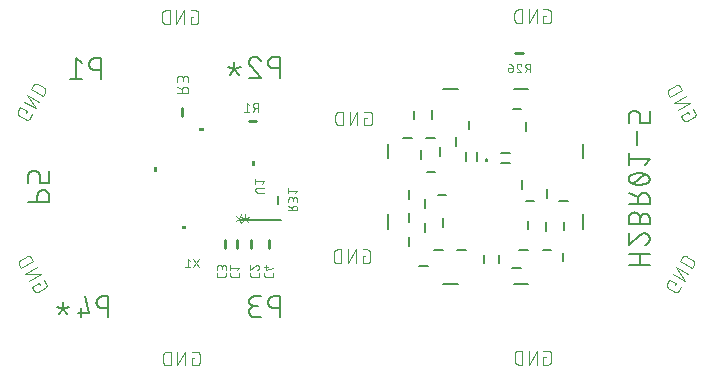
<source format=gbr>
G04 EAGLE Gerber RS-274X export*
G75*
%MOMM*%
%FSLAX34Y34*%
%LPD*%
%INSilkscreen Bottom*%
%IPPOS*%
%AMOC8*
5,1,8,0,0,1.08239X$1,22.5*%
G01*
%ADD10C,0.152400*%
%ADD11C,0.101600*%
%ADD12C,0.076200*%
%ADD13C,0.050800*%
%ADD14C,0.254000*%
%ADD15C,0.203200*%
%ADD16C,0.200000*%

G36*
X-130769Y47150D02*
X-130769Y47150D01*
X-130767Y47150D01*
X-130724Y47169D01*
X-130680Y47188D01*
X-130680Y47190D01*
X-130678Y47191D01*
X-130645Y47276D01*
X-130645Y49816D01*
X-130646Y49818D01*
X-130645Y49820D01*
X-130665Y49863D01*
X-130683Y49906D01*
X-130685Y49907D01*
X-130686Y49909D01*
X-130771Y49942D01*
X-134581Y49942D01*
X-134583Y49941D01*
X-134585Y49942D01*
X-134628Y49922D01*
X-134672Y49904D01*
X-134672Y49902D01*
X-134674Y49901D01*
X-134707Y49816D01*
X-134707Y47276D01*
X-134706Y47274D01*
X-134707Y47272D01*
X-134687Y47229D01*
X-134669Y47185D01*
X-134667Y47184D01*
X-134666Y47182D01*
X-134581Y47150D01*
X-130771Y47150D01*
X-130769Y47150D01*
G37*
G36*
X-87501Y17616D02*
X-87501Y17616D01*
X-87499Y17616D01*
X-87456Y17635D01*
X-87412Y17654D01*
X-87412Y17656D01*
X-87410Y17657D01*
X-87377Y17742D01*
X-87377Y21552D01*
X-87378Y21554D01*
X-87377Y21556D01*
X-87397Y21599D01*
X-87415Y21642D01*
X-87417Y21643D01*
X-87418Y21645D01*
X-87503Y21678D01*
X-90043Y21678D01*
X-90045Y21677D01*
X-90047Y21678D01*
X-90090Y21658D01*
X-90134Y21640D01*
X-90134Y21638D01*
X-90136Y21637D01*
X-90169Y21552D01*
X-90169Y17742D01*
X-90168Y17740D01*
X-90169Y17738D01*
X-90149Y17695D01*
X-90131Y17651D01*
X-90129Y17650D01*
X-90128Y17648D01*
X-90043Y17616D01*
X-87503Y17616D01*
X-87501Y17616D01*
G37*
G36*
X-170305Y12615D02*
X-170305Y12615D01*
X-170303Y12615D01*
X-170260Y12634D01*
X-170216Y12653D01*
X-170216Y12655D01*
X-170214Y12656D01*
X-170181Y12741D01*
X-170181Y16551D01*
X-170182Y16553D01*
X-170181Y16555D01*
X-170201Y16598D01*
X-170219Y16641D01*
X-170221Y16642D01*
X-170222Y16644D01*
X-170307Y16677D01*
X-172847Y16677D01*
X-172849Y16676D01*
X-172851Y16677D01*
X-172894Y16657D01*
X-172938Y16639D01*
X-172938Y16637D01*
X-172940Y16636D01*
X-172973Y16551D01*
X-172973Y12741D01*
X-172972Y12739D01*
X-172973Y12737D01*
X-172953Y12694D01*
X-172935Y12650D01*
X-172933Y12649D01*
X-172932Y12647D01*
X-172847Y12615D01*
X-170307Y12615D01*
X-170305Y12615D01*
G37*
G36*
X-145772Y-35654D02*
X-145772Y-35654D01*
X-145770Y-35654D01*
X-145727Y-35635D01*
X-145683Y-35616D01*
X-145683Y-35614D01*
X-145681Y-35613D01*
X-145648Y-35528D01*
X-145648Y-32988D01*
X-145649Y-32986D01*
X-145648Y-32984D01*
X-145668Y-32941D01*
X-145686Y-32898D01*
X-145688Y-32897D01*
X-145689Y-32895D01*
X-145774Y-32862D01*
X-149584Y-32862D01*
X-149586Y-32863D01*
X-149588Y-32862D01*
X-149631Y-32882D01*
X-149675Y-32900D01*
X-149675Y-32902D01*
X-149677Y-32903D01*
X-149710Y-32988D01*
X-149710Y-35528D01*
X-149709Y-35530D01*
X-149710Y-35532D01*
X-149690Y-35575D01*
X-149672Y-35619D01*
X-149670Y-35620D01*
X-149669Y-35622D01*
X-149584Y-35655D01*
X-145774Y-35655D01*
X-145772Y-35654D01*
G37*
D10*
X-218250Y91250D02*
X-218250Y109030D01*
X-223188Y109030D01*
X-223328Y109028D01*
X-223467Y109022D01*
X-223607Y109012D01*
X-223746Y108998D01*
X-223885Y108981D01*
X-224023Y108959D01*
X-224160Y108933D01*
X-224297Y108904D01*
X-224433Y108871D01*
X-224567Y108834D01*
X-224701Y108793D01*
X-224833Y108748D01*
X-224965Y108699D01*
X-225094Y108647D01*
X-225222Y108592D01*
X-225349Y108532D01*
X-225474Y108469D01*
X-225597Y108403D01*
X-225718Y108333D01*
X-225837Y108260D01*
X-225954Y108183D01*
X-226068Y108103D01*
X-226181Y108020D01*
X-226291Y107934D01*
X-226398Y107844D01*
X-226503Y107752D01*
X-226605Y107657D01*
X-226705Y107559D01*
X-226802Y107458D01*
X-226896Y107354D01*
X-226986Y107248D01*
X-227074Y107139D01*
X-227159Y107028D01*
X-227240Y106914D01*
X-227319Y106799D01*
X-227394Y106681D01*
X-227465Y106560D01*
X-227533Y106438D01*
X-227598Y106315D01*
X-227659Y106189D01*
X-227717Y106061D01*
X-227771Y105933D01*
X-227821Y105802D01*
X-227868Y105670D01*
X-227911Y105537D01*
X-227950Y105403D01*
X-227985Y105268D01*
X-228016Y105132D01*
X-228044Y104994D01*
X-228067Y104857D01*
X-228087Y104718D01*
X-228103Y104579D01*
X-228115Y104440D01*
X-228123Y104301D01*
X-228127Y104161D01*
X-228127Y104021D01*
X-228123Y103881D01*
X-228115Y103742D01*
X-228103Y103603D01*
X-228087Y103464D01*
X-228067Y103325D01*
X-228044Y103188D01*
X-228016Y103050D01*
X-227985Y102914D01*
X-227950Y102779D01*
X-227911Y102645D01*
X-227868Y102512D01*
X-227821Y102380D01*
X-227771Y102249D01*
X-227717Y102121D01*
X-227659Y101993D01*
X-227598Y101867D01*
X-227533Y101744D01*
X-227465Y101621D01*
X-227394Y101501D01*
X-227319Y101383D01*
X-227240Y101268D01*
X-227159Y101154D01*
X-227074Y101043D01*
X-226986Y100934D01*
X-226896Y100828D01*
X-226802Y100724D01*
X-226705Y100623D01*
X-226605Y100525D01*
X-226503Y100430D01*
X-226398Y100338D01*
X-226291Y100248D01*
X-226181Y100162D01*
X-226068Y100079D01*
X-225954Y99999D01*
X-225837Y99922D01*
X-225718Y99849D01*
X-225597Y99779D01*
X-225474Y99713D01*
X-225349Y99650D01*
X-225222Y99590D01*
X-225094Y99535D01*
X-224965Y99483D01*
X-224833Y99434D01*
X-224701Y99389D01*
X-224567Y99348D01*
X-224433Y99311D01*
X-224297Y99278D01*
X-224160Y99249D01*
X-224023Y99223D01*
X-223885Y99201D01*
X-223746Y99184D01*
X-223607Y99170D01*
X-223467Y99160D01*
X-223328Y99154D01*
X-223188Y99152D01*
X-218250Y99152D01*
X-234245Y105078D02*
X-239183Y109030D01*
X-239183Y91250D01*
X-234245Y91250D02*
X-244122Y91250D01*
X-66688Y92583D02*
X-66688Y110363D01*
X-71626Y110363D01*
X-71766Y110361D01*
X-71905Y110355D01*
X-72045Y110345D01*
X-72184Y110331D01*
X-72323Y110314D01*
X-72461Y110292D01*
X-72598Y110266D01*
X-72735Y110237D01*
X-72871Y110204D01*
X-73005Y110167D01*
X-73139Y110126D01*
X-73271Y110081D01*
X-73403Y110032D01*
X-73532Y109980D01*
X-73660Y109925D01*
X-73787Y109865D01*
X-73912Y109802D01*
X-74035Y109736D01*
X-74156Y109666D01*
X-74275Y109593D01*
X-74392Y109516D01*
X-74506Y109436D01*
X-74619Y109353D01*
X-74729Y109267D01*
X-74836Y109177D01*
X-74941Y109085D01*
X-75043Y108990D01*
X-75143Y108892D01*
X-75240Y108791D01*
X-75334Y108687D01*
X-75424Y108581D01*
X-75512Y108472D01*
X-75597Y108361D01*
X-75678Y108247D01*
X-75757Y108132D01*
X-75832Y108014D01*
X-75903Y107893D01*
X-75971Y107771D01*
X-76036Y107648D01*
X-76097Y107522D01*
X-76155Y107394D01*
X-76209Y107266D01*
X-76259Y107135D01*
X-76306Y107003D01*
X-76349Y106870D01*
X-76388Y106736D01*
X-76423Y106601D01*
X-76454Y106465D01*
X-76482Y106327D01*
X-76505Y106190D01*
X-76525Y106051D01*
X-76541Y105912D01*
X-76553Y105773D01*
X-76561Y105634D01*
X-76565Y105494D01*
X-76565Y105354D01*
X-76561Y105214D01*
X-76553Y105075D01*
X-76541Y104936D01*
X-76525Y104797D01*
X-76505Y104658D01*
X-76482Y104521D01*
X-76454Y104383D01*
X-76423Y104247D01*
X-76388Y104112D01*
X-76349Y103978D01*
X-76306Y103845D01*
X-76259Y103713D01*
X-76209Y103582D01*
X-76155Y103454D01*
X-76097Y103326D01*
X-76036Y103200D01*
X-75971Y103077D01*
X-75903Y102954D01*
X-75832Y102834D01*
X-75757Y102716D01*
X-75678Y102601D01*
X-75597Y102487D01*
X-75512Y102376D01*
X-75424Y102267D01*
X-75334Y102161D01*
X-75240Y102057D01*
X-75143Y101956D01*
X-75043Y101858D01*
X-74941Y101763D01*
X-74836Y101671D01*
X-74729Y101581D01*
X-74619Y101495D01*
X-74506Y101412D01*
X-74392Y101332D01*
X-74275Y101255D01*
X-74156Y101182D01*
X-74035Y101112D01*
X-73912Y101046D01*
X-73787Y100983D01*
X-73660Y100923D01*
X-73532Y100868D01*
X-73403Y100816D01*
X-73271Y100767D01*
X-73139Y100722D01*
X-73005Y100681D01*
X-72871Y100644D01*
X-72735Y100611D01*
X-72598Y100582D01*
X-72461Y100556D01*
X-72323Y100534D01*
X-72184Y100517D01*
X-72045Y100503D01*
X-71905Y100493D01*
X-71766Y100487D01*
X-71626Y100485D01*
X-66688Y100485D01*
X-88115Y110363D02*
X-88247Y110361D01*
X-88378Y110355D01*
X-88510Y110345D01*
X-88641Y110332D01*
X-88771Y110314D01*
X-88901Y110293D01*
X-89031Y110268D01*
X-89159Y110239D01*
X-89287Y110206D01*
X-89413Y110169D01*
X-89539Y110129D01*
X-89663Y110085D01*
X-89786Y110037D01*
X-89907Y109986D01*
X-90027Y109931D01*
X-90145Y109873D01*
X-90261Y109811D01*
X-90375Y109745D01*
X-90488Y109677D01*
X-90598Y109605D01*
X-90706Y109530D01*
X-90812Y109451D01*
X-90916Y109370D01*
X-91017Y109285D01*
X-91115Y109198D01*
X-91211Y109107D01*
X-91304Y109014D01*
X-91395Y108918D01*
X-91482Y108820D01*
X-91567Y108719D01*
X-91648Y108615D01*
X-91727Y108509D01*
X-91802Y108401D01*
X-91874Y108291D01*
X-91942Y108178D01*
X-92008Y108064D01*
X-92070Y107948D01*
X-92128Y107830D01*
X-92183Y107710D01*
X-92234Y107589D01*
X-92282Y107466D01*
X-92326Y107342D01*
X-92366Y107216D01*
X-92403Y107090D01*
X-92436Y106962D01*
X-92465Y106834D01*
X-92490Y106704D01*
X-92511Y106574D01*
X-92529Y106444D01*
X-92542Y106313D01*
X-92552Y106181D01*
X-92558Y106050D01*
X-92560Y105918D01*
X-88115Y110363D02*
X-87965Y110361D01*
X-87816Y110355D01*
X-87667Y110345D01*
X-87518Y110332D01*
X-87369Y110314D01*
X-87221Y110293D01*
X-87073Y110267D01*
X-86927Y110238D01*
X-86781Y110205D01*
X-86636Y110168D01*
X-86492Y110127D01*
X-86349Y110083D01*
X-86207Y110035D01*
X-86067Y109983D01*
X-85928Y109928D01*
X-85790Y109869D01*
X-85655Y109806D01*
X-85520Y109740D01*
X-85388Y109670D01*
X-85258Y109597D01*
X-85129Y109520D01*
X-85002Y109440D01*
X-84878Y109357D01*
X-84756Y109271D01*
X-84636Y109181D01*
X-84519Y109088D01*
X-84404Y108993D01*
X-84291Y108894D01*
X-84181Y108792D01*
X-84074Y108688D01*
X-83970Y108581D01*
X-83868Y108471D01*
X-83770Y108358D01*
X-83674Y108243D01*
X-83582Y108125D01*
X-83492Y108005D01*
X-83406Y107883D01*
X-83323Y107759D01*
X-83243Y107632D01*
X-83167Y107504D01*
X-83094Y107373D01*
X-83024Y107240D01*
X-82958Y107106D01*
X-82896Y106970D01*
X-82837Y106833D01*
X-82781Y106694D01*
X-82730Y106553D01*
X-82682Y106412D01*
X-91078Y102461D02*
X-91174Y102554D01*
X-91266Y102650D01*
X-91356Y102749D01*
X-91443Y102850D01*
X-91528Y102953D01*
X-91609Y103058D01*
X-91687Y103166D01*
X-91762Y103276D01*
X-91835Y103388D01*
X-91904Y103502D01*
X-91970Y103618D01*
X-92032Y103736D01*
X-92091Y103855D01*
X-92147Y103976D01*
X-92200Y104099D01*
X-92249Y104223D01*
X-92294Y104348D01*
X-92337Y104475D01*
X-92375Y104602D01*
X-92410Y104731D01*
X-92441Y104860D01*
X-92469Y104991D01*
X-92493Y105122D01*
X-92514Y105254D01*
X-92530Y105386D01*
X-92543Y105519D01*
X-92553Y105652D01*
X-92558Y105785D01*
X-92560Y105918D01*
X-91079Y102461D02*
X-82683Y92583D01*
X-92560Y92583D01*
X-104930Y99497D02*
X-104930Y105424D01*
X-104930Y99497D02*
X-108387Y95052D01*
X-104930Y99497D02*
X-101473Y95052D01*
X-104930Y99497D02*
X-110363Y101473D01*
X-104930Y99497D02*
X-99497Y101473D01*
X-261906Y-12347D02*
X-279686Y-12347D01*
X-261906Y-12347D02*
X-261906Y-7408D01*
X-261908Y-7268D01*
X-261914Y-7129D01*
X-261924Y-6989D01*
X-261938Y-6850D01*
X-261955Y-6711D01*
X-261977Y-6573D01*
X-262003Y-6436D01*
X-262032Y-6299D01*
X-262065Y-6163D01*
X-262102Y-6029D01*
X-262143Y-5895D01*
X-262188Y-5763D01*
X-262237Y-5631D01*
X-262289Y-5502D01*
X-262344Y-5374D01*
X-262404Y-5247D01*
X-262467Y-5122D01*
X-262533Y-4999D01*
X-262603Y-4878D01*
X-262676Y-4759D01*
X-262753Y-4642D01*
X-262833Y-4528D01*
X-262916Y-4415D01*
X-263002Y-4305D01*
X-263092Y-4198D01*
X-263184Y-4093D01*
X-263279Y-3991D01*
X-263377Y-3891D01*
X-263478Y-3794D01*
X-263582Y-3700D01*
X-263688Y-3610D01*
X-263797Y-3522D01*
X-263908Y-3437D01*
X-264022Y-3356D01*
X-264137Y-3277D01*
X-264255Y-3202D01*
X-264376Y-3131D01*
X-264498Y-3063D01*
X-264621Y-2998D01*
X-264747Y-2937D01*
X-264875Y-2879D01*
X-265003Y-2825D01*
X-265134Y-2775D01*
X-265266Y-2728D01*
X-265399Y-2685D01*
X-265533Y-2646D01*
X-265668Y-2611D01*
X-265804Y-2580D01*
X-265942Y-2552D01*
X-266079Y-2529D01*
X-266218Y-2509D01*
X-266357Y-2493D01*
X-266496Y-2481D01*
X-266635Y-2473D01*
X-266775Y-2469D01*
X-266915Y-2469D01*
X-267055Y-2473D01*
X-267194Y-2481D01*
X-267333Y-2493D01*
X-267472Y-2509D01*
X-267611Y-2529D01*
X-267748Y-2552D01*
X-267886Y-2580D01*
X-268022Y-2611D01*
X-268157Y-2646D01*
X-268291Y-2685D01*
X-268424Y-2728D01*
X-268556Y-2775D01*
X-268687Y-2825D01*
X-268815Y-2879D01*
X-268943Y-2937D01*
X-269069Y-2998D01*
X-269192Y-3063D01*
X-269315Y-3131D01*
X-269435Y-3202D01*
X-269553Y-3277D01*
X-269668Y-3356D01*
X-269782Y-3437D01*
X-269893Y-3522D01*
X-270002Y-3610D01*
X-270108Y-3700D01*
X-270212Y-3794D01*
X-270313Y-3891D01*
X-270411Y-3991D01*
X-270506Y-4093D01*
X-270598Y-4198D01*
X-270688Y-4305D01*
X-270774Y-4415D01*
X-270857Y-4528D01*
X-270937Y-4642D01*
X-271014Y-4759D01*
X-271087Y-4878D01*
X-271157Y-4999D01*
X-271223Y-5122D01*
X-271286Y-5247D01*
X-271346Y-5374D01*
X-271401Y-5502D01*
X-271453Y-5631D01*
X-271502Y-5763D01*
X-271547Y-5895D01*
X-271588Y-6029D01*
X-271625Y-6163D01*
X-271658Y-6299D01*
X-271687Y-6436D01*
X-271713Y-6573D01*
X-271735Y-6711D01*
X-271752Y-6850D01*
X-271766Y-6989D01*
X-271776Y-7129D01*
X-271782Y-7268D01*
X-271784Y-7408D01*
X-271784Y-12347D01*
X-279686Y3648D02*
X-279686Y9574D01*
X-279684Y9698D01*
X-279678Y9822D01*
X-279668Y9946D01*
X-279655Y10069D01*
X-279637Y10192D01*
X-279616Y10314D01*
X-279591Y10436D01*
X-279562Y10557D01*
X-279529Y10676D01*
X-279493Y10795D01*
X-279452Y10912D01*
X-279409Y11028D01*
X-279361Y11143D01*
X-279310Y11256D01*
X-279255Y11368D01*
X-279197Y11477D01*
X-279136Y11585D01*
X-279071Y11691D01*
X-279003Y11795D01*
X-278931Y11896D01*
X-278857Y11996D01*
X-278779Y12092D01*
X-278699Y12187D01*
X-278615Y12279D01*
X-278529Y12368D01*
X-278440Y12454D01*
X-278348Y12538D01*
X-278253Y12618D01*
X-278157Y12696D01*
X-278057Y12770D01*
X-277956Y12842D01*
X-277852Y12910D01*
X-277746Y12975D01*
X-277638Y13036D01*
X-277529Y13094D01*
X-277417Y13149D01*
X-277304Y13200D01*
X-277189Y13248D01*
X-277073Y13291D01*
X-276956Y13332D01*
X-276837Y13368D01*
X-276718Y13401D01*
X-276597Y13430D01*
X-276475Y13455D01*
X-276353Y13476D01*
X-276230Y13494D01*
X-276107Y13507D01*
X-275983Y13517D01*
X-275859Y13523D01*
X-275735Y13525D01*
X-275735Y13526D02*
X-273759Y13526D01*
X-273759Y13525D02*
X-273635Y13523D01*
X-273511Y13517D01*
X-273387Y13507D01*
X-273264Y13494D01*
X-273141Y13476D01*
X-273019Y13455D01*
X-272897Y13430D01*
X-272776Y13401D01*
X-272657Y13368D01*
X-272538Y13332D01*
X-272421Y13291D01*
X-272305Y13248D01*
X-272190Y13200D01*
X-272077Y13149D01*
X-271965Y13094D01*
X-271856Y13036D01*
X-271748Y12975D01*
X-271642Y12910D01*
X-271538Y12842D01*
X-271437Y12770D01*
X-271337Y12696D01*
X-271241Y12618D01*
X-271146Y12538D01*
X-271054Y12454D01*
X-270965Y12368D01*
X-270879Y12279D01*
X-270795Y12187D01*
X-270715Y12092D01*
X-270637Y11996D01*
X-270563Y11896D01*
X-270491Y11795D01*
X-270423Y11691D01*
X-270358Y11585D01*
X-270297Y11477D01*
X-270239Y11368D01*
X-270184Y11256D01*
X-270133Y11143D01*
X-270085Y11028D01*
X-270042Y10912D01*
X-270001Y10795D01*
X-269965Y10676D01*
X-269932Y10557D01*
X-269903Y10436D01*
X-269878Y10314D01*
X-269857Y10192D01*
X-269839Y10069D01*
X-269826Y9946D01*
X-269816Y9822D01*
X-269810Y9698D01*
X-269808Y9574D01*
X-269808Y3648D01*
X-261906Y3648D01*
X-261906Y13526D01*
X-211900Y-92583D02*
X-211900Y-110363D01*
X-211900Y-92583D02*
X-216838Y-92583D01*
X-216978Y-92585D01*
X-217117Y-92591D01*
X-217257Y-92601D01*
X-217396Y-92615D01*
X-217535Y-92632D01*
X-217673Y-92654D01*
X-217810Y-92680D01*
X-217947Y-92709D01*
X-218083Y-92742D01*
X-218217Y-92779D01*
X-218351Y-92820D01*
X-218483Y-92865D01*
X-218615Y-92914D01*
X-218744Y-92966D01*
X-218872Y-93021D01*
X-218999Y-93081D01*
X-219124Y-93144D01*
X-219247Y-93210D01*
X-219368Y-93280D01*
X-219487Y-93353D01*
X-219604Y-93430D01*
X-219718Y-93510D01*
X-219831Y-93593D01*
X-219941Y-93679D01*
X-220048Y-93769D01*
X-220153Y-93861D01*
X-220255Y-93956D01*
X-220355Y-94054D01*
X-220452Y-94155D01*
X-220546Y-94259D01*
X-220636Y-94365D01*
X-220724Y-94474D01*
X-220809Y-94585D01*
X-220890Y-94699D01*
X-220969Y-94814D01*
X-221044Y-94932D01*
X-221115Y-95053D01*
X-221183Y-95175D01*
X-221248Y-95298D01*
X-221309Y-95424D01*
X-221367Y-95552D01*
X-221421Y-95680D01*
X-221471Y-95811D01*
X-221518Y-95943D01*
X-221561Y-96076D01*
X-221600Y-96210D01*
X-221635Y-96345D01*
X-221666Y-96481D01*
X-221694Y-96619D01*
X-221717Y-96756D01*
X-221737Y-96895D01*
X-221753Y-97034D01*
X-221765Y-97173D01*
X-221773Y-97312D01*
X-221777Y-97452D01*
X-221777Y-97592D01*
X-221773Y-97732D01*
X-221765Y-97871D01*
X-221753Y-98010D01*
X-221737Y-98149D01*
X-221717Y-98288D01*
X-221694Y-98425D01*
X-221666Y-98563D01*
X-221635Y-98699D01*
X-221600Y-98834D01*
X-221561Y-98968D01*
X-221518Y-99101D01*
X-221471Y-99233D01*
X-221421Y-99364D01*
X-221367Y-99492D01*
X-221309Y-99620D01*
X-221248Y-99746D01*
X-221183Y-99869D01*
X-221115Y-99992D01*
X-221044Y-100112D01*
X-220969Y-100230D01*
X-220890Y-100345D01*
X-220809Y-100459D01*
X-220724Y-100570D01*
X-220636Y-100679D01*
X-220546Y-100785D01*
X-220452Y-100889D01*
X-220355Y-100990D01*
X-220255Y-101088D01*
X-220153Y-101183D01*
X-220048Y-101275D01*
X-219941Y-101365D01*
X-219831Y-101451D01*
X-219718Y-101534D01*
X-219604Y-101614D01*
X-219487Y-101691D01*
X-219368Y-101764D01*
X-219247Y-101834D01*
X-219124Y-101900D01*
X-218999Y-101963D01*
X-218872Y-102023D01*
X-218744Y-102078D01*
X-218615Y-102130D01*
X-218483Y-102179D01*
X-218351Y-102224D01*
X-218217Y-102265D01*
X-218083Y-102302D01*
X-217947Y-102335D01*
X-217810Y-102364D01*
X-217673Y-102390D01*
X-217535Y-102412D01*
X-217396Y-102429D01*
X-217257Y-102443D01*
X-217117Y-102453D01*
X-216978Y-102459D01*
X-216838Y-102461D01*
X-211900Y-102461D01*
X-227895Y-106412D02*
X-231846Y-92583D01*
X-227895Y-106412D02*
X-237772Y-106412D01*
X-234809Y-102461D02*
X-234809Y-110363D01*
X-250142Y-103449D02*
X-250142Y-97522D01*
X-250142Y-103449D02*
X-253599Y-107894D01*
X-250142Y-103449D02*
X-246685Y-107894D01*
X-250142Y-103449D02*
X-255575Y-101473D01*
X-250142Y-103449D02*
X-244709Y-101473D01*
X-66643Y-110363D02*
X-66643Y-92583D01*
X-71582Y-92583D01*
X-71722Y-92585D01*
X-71861Y-92591D01*
X-72001Y-92601D01*
X-72140Y-92615D01*
X-72279Y-92632D01*
X-72417Y-92654D01*
X-72554Y-92680D01*
X-72691Y-92709D01*
X-72827Y-92742D01*
X-72961Y-92779D01*
X-73095Y-92820D01*
X-73227Y-92865D01*
X-73359Y-92914D01*
X-73488Y-92966D01*
X-73616Y-93021D01*
X-73743Y-93081D01*
X-73868Y-93144D01*
X-73991Y-93210D01*
X-74112Y-93280D01*
X-74231Y-93353D01*
X-74348Y-93430D01*
X-74462Y-93510D01*
X-74575Y-93593D01*
X-74685Y-93679D01*
X-74792Y-93769D01*
X-74897Y-93861D01*
X-74999Y-93956D01*
X-75099Y-94054D01*
X-75196Y-94155D01*
X-75290Y-94259D01*
X-75380Y-94365D01*
X-75468Y-94474D01*
X-75553Y-94585D01*
X-75634Y-94699D01*
X-75713Y-94814D01*
X-75788Y-94932D01*
X-75859Y-95053D01*
X-75927Y-95175D01*
X-75992Y-95298D01*
X-76053Y-95424D01*
X-76111Y-95552D01*
X-76165Y-95680D01*
X-76215Y-95811D01*
X-76262Y-95943D01*
X-76305Y-96076D01*
X-76344Y-96210D01*
X-76379Y-96345D01*
X-76410Y-96481D01*
X-76438Y-96619D01*
X-76461Y-96756D01*
X-76481Y-96895D01*
X-76497Y-97034D01*
X-76509Y-97173D01*
X-76517Y-97312D01*
X-76521Y-97452D01*
X-76521Y-97592D01*
X-76517Y-97732D01*
X-76509Y-97871D01*
X-76497Y-98010D01*
X-76481Y-98149D01*
X-76461Y-98288D01*
X-76438Y-98425D01*
X-76410Y-98563D01*
X-76379Y-98699D01*
X-76344Y-98834D01*
X-76305Y-98968D01*
X-76262Y-99101D01*
X-76215Y-99233D01*
X-76165Y-99364D01*
X-76111Y-99492D01*
X-76053Y-99620D01*
X-75992Y-99746D01*
X-75927Y-99869D01*
X-75859Y-99992D01*
X-75788Y-100112D01*
X-75713Y-100230D01*
X-75634Y-100345D01*
X-75553Y-100459D01*
X-75468Y-100570D01*
X-75380Y-100679D01*
X-75290Y-100785D01*
X-75196Y-100889D01*
X-75099Y-100990D01*
X-74999Y-101088D01*
X-74897Y-101183D01*
X-74792Y-101275D01*
X-74685Y-101365D01*
X-74575Y-101451D01*
X-74462Y-101534D01*
X-74348Y-101614D01*
X-74231Y-101691D01*
X-74112Y-101764D01*
X-73991Y-101834D01*
X-73868Y-101900D01*
X-73743Y-101963D01*
X-73616Y-102023D01*
X-73488Y-102078D01*
X-73359Y-102130D01*
X-73227Y-102179D01*
X-73095Y-102224D01*
X-72961Y-102265D01*
X-72827Y-102302D01*
X-72691Y-102335D01*
X-72554Y-102364D01*
X-72417Y-102390D01*
X-72279Y-102412D01*
X-72140Y-102429D01*
X-72001Y-102443D01*
X-71861Y-102453D01*
X-71722Y-102459D01*
X-71582Y-102461D01*
X-66643Y-102461D01*
X-82638Y-110363D02*
X-87577Y-110363D01*
X-87717Y-110361D01*
X-87856Y-110355D01*
X-87996Y-110345D01*
X-88135Y-110331D01*
X-88274Y-110314D01*
X-88412Y-110292D01*
X-88549Y-110266D01*
X-88686Y-110237D01*
X-88822Y-110204D01*
X-88956Y-110167D01*
X-89090Y-110126D01*
X-89222Y-110081D01*
X-89354Y-110032D01*
X-89483Y-109980D01*
X-89611Y-109925D01*
X-89738Y-109865D01*
X-89863Y-109802D01*
X-89986Y-109736D01*
X-90107Y-109666D01*
X-90226Y-109593D01*
X-90343Y-109516D01*
X-90457Y-109436D01*
X-90570Y-109353D01*
X-90680Y-109267D01*
X-90787Y-109177D01*
X-90892Y-109085D01*
X-90994Y-108990D01*
X-91094Y-108892D01*
X-91191Y-108791D01*
X-91285Y-108687D01*
X-91375Y-108581D01*
X-91463Y-108472D01*
X-91548Y-108361D01*
X-91629Y-108247D01*
X-91708Y-108132D01*
X-91783Y-108014D01*
X-91854Y-107894D01*
X-91922Y-107771D01*
X-91987Y-107648D01*
X-92048Y-107522D01*
X-92106Y-107394D01*
X-92160Y-107266D01*
X-92210Y-107135D01*
X-92257Y-107003D01*
X-92300Y-106870D01*
X-92339Y-106736D01*
X-92374Y-106601D01*
X-92405Y-106465D01*
X-92433Y-106327D01*
X-92456Y-106190D01*
X-92476Y-106051D01*
X-92492Y-105912D01*
X-92504Y-105773D01*
X-92512Y-105634D01*
X-92516Y-105494D01*
X-92516Y-105354D01*
X-92512Y-105214D01*
X-92504Y-105075D01*
X-92492Y-104936D01*
X-92476Y-104797D01*
X-92456Y-104658D01*
X-92433Y-104521D01*
X-92405Y-104383D01*
X-92374Y-104247D01*
X-92339Y-104112D01*
X-92300Y-103978D01*
X-92257Y-103845D01*
X-92210Y-103713D01*
X-92160Y-103582D01*
X-92106Y-103454D01*
X-92048Y-103326D01*
X-91987Y-103200D01*
X-91922Y-103077D01*
X-91854Y-102955D01*
X-91783Y-102834D01*
X-91708Y-102716D01*
X-91629Y-102601D01*
X-91548Y-102487D01*
X-91463Y-102376D01*
X-91375Y-102267D01*
X-91285Y-102161D01*
X-91191Y-102057D01*
X-91094Y-101956D01*
X-90994Y-101858D01*
X-90892Y-101763D01*
X-90787Y-101671D01*
X-90680Y-101581D01*
X-90570Y-101495D01*
X-90457Y-101412D01*
X-90343Y-101332D01*
X-90226Y-101255D01*
X-90107Y-101182D01*
X-89986Y-101112D01*
X-89863Y-101046D01*
X-89738Y-100983D01*
X-89611Y-100923D01*
X-89483Y-100868D01*
X-89354Y-100816D01*
X-89222Y-100767D01*
X-89090Y-100722D01*
X-88956Y-100681D01*
X-88822Y-100644D01*
X-88686Y-100611D01*
X-88549Y-100582D01*
X-88412Y-100556D01*
X-88274Y-100534D01*
X-88135Y-100517D01*
X-87996Y-100503D01*
X-87856Y-100493D01*
X-87717Y-100487D01*
X-87577Y-100485D01*
X-88565Y-92583D02*
X-82638Y-92583D01*
X-88565Y-92583D02*
X-88689Y-92585D01*
X-88813Y-92591D01*
X-88937Y-92601D01*
X-89060Y-92614D01*
X-89183Y-92632D01*
X-89305Y-92653D01*
X-89427Y-92678D01*
X-89548Y-92707D01*
X-89667Y-92740D01*
X-89786Y-92776D01*
X-89903Y-92817D01*
X-90019Y-92860D01*
X-90134Y-92908D01*
X-90247Y-92959D01*
X-90359Y-93014D01*
X-90468Y-93072D01*
X-90576Y-93133D01*
X-90682Y-93198D01*
X-90786Y-93266D01*
X-90887Y-93338D01*
X-90987Y-93412D01*
X-91083Y-93490D01*
X-91178Y-93570D01*
X-91270Y-93654D01*
X-91359Y-93740D01*
X-91445Y-93829D01*
X-91529Y-93921D01*
X-91609Y-94016D01*
X-91687Y-94112D01*
X-91761Y-94212D01*
X-91833Y-94313D01*
X-91901Y-94417D01*
X-91966Y-94523D01*
X-92027Y-94631D01*
X-92085Y-94740D01*
X-92140Y-94852D01*
X-92191Y-94965D01*
X-92239Y-95080D01*
X-92282Y-95196D01*
X-92323Y-95313D01*
X-92359Y-95432D01*
X-92392Y-95551D01*
X-92421Y-95672D01*
X-92446Y-95794D01*
X-92467Y-95916D01*
X-92485Y-96039D01*
X-92498Y-96162D01*
X-92508Y-96286D01*
X-92514Y-96410D01*
X-92516Y-96534D01*
X-92514Y-96658D01*
X-92508Y-96782D01*
X-92498Y-96906D01*
X-92485Y-97029D01*
X-92467Y-97152D01*
X-92446Y-97274D01*
X-92421Y-97396D01*
X-92392Y-97517D01*
X-92359Y-97636D01*
X-92323Y-97755D01*
X-92282Y-97872D01*
X-92239Y-97988D01*
X-92191Y-98103D01*
X-92140Y-98216D01*
X-92085Y-98328D01*
X-92027Y-98437D01*
X-91966Y-98545D01*
X-91901Y-98651D01*
X-91833Y-98755D01*
X-91761Y-98856D01*
X-91687Y-98956D01*
X-91609Y-99052D01*
X-91529Y-99147D01*
X-91445Y-99239D01*
X-91359Y-99328D01*
X-91270Y-99414D01*
X-91178Y-99498D01*
X-91083Y-99578D01*
X-90987Y-99656D01*
X-90887Y-99730D01*
X-90786Y-99802D01*
X-90682Y-99870D01*
X-90576Y-99935D01*
X-90468Y-99996D01*
X-90359Y-100054D01*
X-90247Y-100109D01*
X-90134Y-100160D01*
X-90019Y-100208D01*
X-89903Y-100251D01*
X-89786Y-100292D01*
X-89667Y-100328D01*
X-89548Y-100361D01*
X-89427Y-100390D01*
X-89305Y-100415D01*
X-89183Y-100436D01*
X-89060Y-100454D01*
X-88937Y-100467D01*
X-88813Y-100477D01*
X-88689Y-100483D01*
X-88565Y-100485D01*
X-84614Y-100485D01*
X228778Y-66267D02*
X246558Y-66267D01*
X238656Y-66267D02*
X238656Y-56389D01*
X246558Y-56389D02*
X228778Y-56389D01*
X242113Y-39080D02*
X242245Y-39082D01*
X242376Y-39088D01*
X242508Y-39098D01*
X242639Y-39111D01*
X242769Y-39129D01*
X242899Y-39150D01*
X243029Y-39175D01*
X243157Y-39204D01*
X243285Y-39237D01*
X243411Y-39274D01*
X243537Y-39314D01*
X243661Y-39358D01*
X243784Y-39406D01*
X243905Y-39457D01*
X244025Y-39512D01*
X244143Y-39570D01*
X244259Y-39632D01*
X244373Y-39698D01*
X244486Y-39766D01*
X244596Y-39838D01*
X244704Y-39913D01*
X244810Y-39992D01*
X244914Y-40073D01*
X245015Y-40158D01*
X245113Y-40245D01*
X245209Y-40336D01*
X245302Y-40429D01*
X245393Y-40525D01*
X245480Y-40623D01*
X245565Y-40724D01*
X245646Y-40828D01*
X245725Y-40934D01*
X245800Y-41042D01*
X245872Y-41152D01*
X245940Y-41265D01*
X246006Y-41379D01*
X246068Y-41495D01*
X246126Y-41613D01*
X246181Y-41733D01*
X246232Y-41854D01*
X246280Y-41977D01*
X246324Y-42101D01*
X246364Y-42227D01*
X246401Y-42353D01*
X246434Y-42481D01*
X246463Y-42609D01*
X246488Y-42739D01*
X246509Y-42869D01*
X246527Y-42999D01*
X246540Y-43130D01*
X246550Y-43262D01*
X246556Y-43393D01*
X246558Y-43525D01*
X246556Y-43675D01*
X246550Y-43824D01*
X246540Y-43973D01*
X246527Y-44122D01*
X246509Y-44271D01*
X246488Y-44419D01*
X246462Y-44567D01*
X246433Y-44713D01*
X246400Y-44859D01*
X246363Y-45004D01*
X246322Y-45148D01*
X246278Y-45291D01*
X246230Y-45433D01*
X246178Y-45573D01*
X246123Y-45712D01*
X246064Y-45850D01*
X246001Y-45985D01*
X245935Y-46120D01*
X245865Y-46252D01*
X245792Y-46382D01*
X245715Y-46511D01*
X245635Y-46638D01*
X245552Y-46762D01*
X245466Y-46884D01*
X245376Y-47004D01*
X245283Y-47121D01*
X245188Y-47236D01*
X245089Y-47349D01*
X244987Y-47459D01*
X244883Y-47566D01*
X244776Y-47670D01*
X244666Y-47772D01*
X244553Y-47870D01*
X244438Y-47966D01*
X244320Y-48058D01*
X244200Y-48148D01*
X244078Y-48234D01*
X243954Y-48317D01*
X243827Y-48397D01*
X243699Y-48473D01*
X243568Y-48546D01*
X243435Y-48616D01*
X243301Y-48682D01*
X243165Y-48744D01*
X243028Y-48803D01*
X242889Y-48859D01*
X242748Y-48910D01*
X242607Y-48958D01*
X238656Y-40562D02*
X238749Y-40466D01*
X238845Y-40374D01*
X238944Y-40284D01*
X239045Y-40197D01*
X239148Y-40113D01*
X239253Y-40031D01*
X239361Y-39953D01*
X239471Y-39878D01*
X239583Y-39805D01*
X239697Y-39736D01*
X239813Y-39670D01*
X239931Y-39608D01*
X240050Y-39549D01*
X240171Y-39493D01*
X240294Y-39440D01*
X240418Y-39391D01*
X240543Y-39346D01*
X240670Y-39303D01*
X240797Y-39265D01*
X240926Y-39230D01*
X241055Y-39199D01*
X241186Y-39171D01*
X241317Y-39147D01*
X241449Y-39126D01*
X241581Y-39110D01*
X241714Y-39097D01*
X241847Y-39087D01*
X241980Y-39082D01*
X242113Y-39080D01*
X238656Y-40562D02*
X228778Y-48958D01*
X228778Y-39080D01*
X238656Y-31452D02*
X238656Y-26513D01*
X238654Y-26373D01*
X238648Y-26234D01*
X238638Y-26094D01*
X238624Y-25955D01*
X238607Y-25816D01*
X238585Y-25678D01*
X238559Y-25541D01*
X238530Y-25404D01*
X238497Y-25268D01*
X238460Y-25134D01*
X238419Y-25000D01*
X238374Y-24868D01*
X238325Y-24736D01*
X238273Y-24607D01*
X238218Y-24479D01*
X238158Y-24352D01*
X238095Y-24227D01*
X238029Y-24104D01*
X237959Y-23983D01*
X237886Y-23864D01*
X237809Y-23747D01*
X237729Y-23633D01*
X237646Y-23520D01*
X237560Y-23410D01*
X237470Y-23303D01*
X237378Y-23198D01*
X237283Y-23096D01*
X237185Y-22996D01*
X237084Y-22899D01*
X236980Y-22805D01*
X236874Y-22715D01*
X236765Y-22627D01*
X236654Y-22542D01*
X236540Y-22461D01*
X236425Y-22382D01*
X236307Y-22307D01*
X236187Y-22236D01*
X236064Y-22168D01*
X235941Y-22103D01*
X235815Y-22042D01*
X235687Y-21984D01*
X235559Y-21930D01*
X235428Y-21880D01*
X235296Y-21833D01*
X235163Y-21790D01*
X235029Y-21751D01*
X234894Y-21716D01*
X234758Y-21685D01*
X234620Y-21657D01*
X234483Y-21634D01*
X234344Y-21614D01*
X234205Y-21598D01*
X234066Y-21586D01*
X233927Y-21578D01*
X233787Y-21574D01*
X233647Y-21574D01*
X233507Y-21578D01*
X233368Y-21586D01*
X233229Y-21598D01*
X233090Y-21614D01*
X232951Y-21634D01*
X232814Y-21657D01*
X232676Y-21685D01*
X232540Y-21716D01*
X232405Y-21751D01*
X232271Y-21790D01*
X232138Y-21833D01*
X232006Y-21880D01*
X231875Y-21930D01*
X231747Y-21984D01*
X231619Y-22042D01*
X231493Y-22103D01*
X231370Y-22168D01*
X231248Y-22236D01*
X231127Y-22307D01*
X231009Y-22382D01*
X230894Y-22461D01*
X230780Y-22542D01*
X230669Y-22627D01*
X230560Y-22715D01*
X230454Y-22805D01*
X230350Y-22899D01*
X230249Y-22996D01*
X230151Y-23096D01*
X230056Y-23198D01*
X229964Y-23303D01*
X229874Y-23410D01*
X229788Y-23520D01*
X229705Y-23633D01*
X229625Y-23747D01*
X229548Y-23864D01*
X229475Y-23983D01*
X229405Y-24104D01*
X229339Y-24227D01*
X229276Y-24352D01*
X229216Y-24479D01*
X229161Y-24607D01*
X229109Y-24736D01*
X229060Y-24868D01*
X229015Y-25000D01*
X228974Y-25134D01*
X228937Y-25268D01*
X228904Y-25404D01*
X228875Y-25541D01*
X228849Y-25678D01*
X228827Y-25816D01*
X228810Y-25955D01*
X228796Y-26094D01*
X228786Y-26234D01*
X228780Y-26373D01*
X228778Y-26513D01*
X228778Y-31452D01*
X246558Y-31452D01*
X246558Y-26513D01*
X246556Y-26389D01*
X246550Y-26265D01*
X246540Y-26141D01*
X246527Y-26018D01*
X246509Y-25895D01*
X246488Y-25773D01*
X246463Y-25651D01*
X246434Y-25530D01*
X246401Y-25411D01*
X246365Y-25292D01*
X246324Y-25175D01*
X246281Y-25059D01*
X246233Y-24944D01*
X246182Y-24831D01*
X246127Y-24719D01*
X246069Y-24610D01*
X246008Y-24502D01*
X245943Y-24396D01*
X245875Y-24292D01*
X245803Y-24191D01*
X245729Y-24091D01*
X245651Y-23995D01*
X245571Y-23900D01*
X245487Y-23808D01*
X245401Y-23719D01*
X245312Y-23633D01*
X245220Y-23549D01*
X245125Y-23469D01*
X245029Y-23391D01*
X244929Y-23317D01*
X244828Y-23245D01*
X244724Y-23177D01*
X244618Y-23112D01*
X244510Y-23051D01*
X244401Y-22993D01*
X244289Y-22938D01*
X244176Y-22887D01*
X244061Y-22839D01*
X243945Y-22796D01*
X243828Y-22755D01*
X243709Y-22719D01*
X243590Y-22686D01*
X243469Y-22657D01*
X243347Y-22632D01*
X243225Y-22611D01*
X243102Y-22593D01*
X242979Y-22580D01*
X242855Y-22570D01*
X242731Y-22564D01*
X242607Y-22562D01*
X242483Y-22564D01*
X242359Y-22570D01*
X242235Y-22580D01*
X242112Y-22593D01*
X241989Y-22611D01*
X241867Y-22632D01*
X241745Y-22657D01*
X241624Y-22686D01*
X241505Y-22719D01*
X241386Y-22755D01*
X241269Y-22796D01*
X241153Y-22839D01*
X241038Y-22887D01*
X240925Y-22938D01*
X240813Y-22993D01*
X240704Y-23051D01*
X240596Y-23112D01*
X240490Y-23177D01*
X240386Y-23245D01*
X240285Y-23317D01*
X240185Y-23391D01*
X240089Y-23469D01*
X239994Y-23549D01*
X239902Y-23633D01*
X239813Y-23719D01*
X239727Y-23808D01*
X239643Y-23900D01*
X239563Y-23995D01*
X239485Y-24091D01*
X239411Y-24191D01*
X239339Y-24292D01*
X239271Y-24396D01*
X239206Y-24502D01*
X239145Y-24610D01*
X239087Y-24719D01*
X239032Y-24831D01*
X238981Y-24944D01*
X238933Y-25059D01*
X238890Y-25175D01*
X238849Y-25292D01*
X238813Y-25411D01*
X238780Y-25530D01*
X238751Y-25651D01*
X238726Y-25773D01*
X238705Y-25895D01*
X238687Y-26018D01*
X238674Y-26141D01*
X238664Y-26265D01*
X238658Y-26389D01*
X238656Y-26513D01*
X246558Y-14813D02*
X228778Y-14813D01*
X246558Y-14813D02*
X246558Y-9874D01*
X246556Y-9734D01*
X246550Y-9595D01*
X246540Y-9455D01*
X246526Y-9316D01*
X246509Y-9177D01*
X246487Y-9039D01*
X246461Y-8902D01*
X246432Y-8765D01*
X246399Y-8629D01*
X246362Y-8495D01*
X246321Y-8361D01*
X246276Y-8229D01*
X246227Y-8097D01*
X246175Y-7968D01*
X246120Y-7840D01*
X246060Y-7713D01*
X245997Y-7588D01*
X245931Y-7465D01*
X245861Y-7344D01*
X245788Y-7225D01*
X245711Y-7108D01*
X245631Y-6994D01*
X245548Y-6881D01*
X245462Y-6771D01*
X245372Y-6664D01*
X245280Y-6559D01*
X245185Y-6457D01*
X245087Y-6357D01*
X244986Y-6260D01*
X244882Y-6166D01*
X244776Y-6076D01*
X244667Y-5988D01*
X244556Y-5903D01*
X244442Y-5822D01*
X244327Y-5743D01*
X244209Y-5668D01*
X244089Y-5597D01*
X243966Y-5529D01*
X243843Y-5464D01*
X243717Y-5403D01*
X243589Y-5345D01*
X243461Y-5291D01*
X243330Y-5241D01*
X243198Y-5194D01*
X243065Y-5151D01*
X242931Y-5112D01*
X242796Y-5077D01*
X242660Y-5046D01*
X242522Y-5018D01*
X242385Y-4995D01*
X242246Y-4975D01*
X242107Y-4959D01*
X241968Y-4947D01*
X241829Y-4939D01*
X241689Y-4935D01*
X241549Y-4935D01*
X241409Y-4939D01*
X241270Y-4947D01*
X241131Y-4959D01*
X240992Y-4975D01*
X240853Y-4995D01*
X240716Y-5018D01*
X240578Y-5046D01*
X240442Y-5077D01*
X240307Y-5112D01*
X240173Y-5151D01*
X240040Y-5194D01*
X239908Y-5241D01*
X239777Y-5291D01*
X239649Y-5345D01*
X239521Y-5403D01*
X239395Y-5464D01*
X239272Y-5529D01*
X239150Y-5597D01*
X239029Y-5668D01*
X238911Y-5743D01*
X238796Y-5822D01*
X238682Y-5903D01*
X238571Y-5988D01*
X238462Y-6076D01*
X238356Y-6166D01*
X238252Y-6260D01*
X238151Y-6357D01*
X238053Y-6457D01*
X237958Y-6559D01*
X237866Y-6664D01*
X237776Y-6771D01*
X237690Y-6881D01*
X237607Y-6994D01*
X237527Y-7108D01*
X237450Y-7225D01*
X237377Y-7344D01*
X237307Y-7465D01*
X237241Y-7588D01*
X237178Y-7713D01*
X237118Y-7840D01*
X237063Y-7968D01*
X237011Y-8097D01*
X236962Y-8229D01*
X236917Y-8361D01*
X236876Y-8495D01*
X236839Y-8629D01*
X236806Y-8765D01*
X236777Y-8902D01*
X236751Y-9039D01*
X236729Y-9177D01*
X236712Y-9316D01*
X236698Y-9455D01*
X236688Y-9595D01*
X236682Y-9734D01*
X236680Y-9874D01*
X236680Y-14813D01*
X236680Y-8886D02*
X228778Y-4935D01*
X237668Y1852D02*
X238018Y1856D01*
X238367Y1869D01*
X238716Y1890D01*
X239065Y1919D01*
X239413Y1956D01*
X239760Y2002D01*
X240105Y2056D01*
X240449Y2118D01*
X240792Y2189D01*
X241133Y2268D01*
X241472Y2354D01*
X241808Y2449D01*
X242143Y2552D01*
X242474Y2663D01*
X242804Y2781D01*
X243130Y2908D01*
X243453Y3042D01*
X243772Y3184D01*
X244089Y3334D01*
X244088Y3334D02*
X244201Y3374D01*
X244311Y3418D01*
X244421Y3466D01*
X244529Y3517D01*
X244634Y3572D01*
X244739Y3630D01*
X244841Y3692D01*
X244941Y3757D01*
X245039Y3825D01*
X245135Y3896D01*
X245228Y3971D01*
X245319Y4048D01*
X245407Y4128D01*
X245492Y4212D01*
X245575Y4297D01*
X245655Y4386D01*
X245732Y4477D01*
X245806Y4571D01*
X245877Y4667D01*
X245945Y4765D01*
X246009Y4865D01*
X246071Y4968D01*
X246128Y5072D01*
X246183Y5178D01*
X246234Y5286D01*
X246281Y5396D01*
X246325Y5507D01*
X246365Y5619D01*
X246401Y5733D01*
X246434Y5847D01*
X246463Y5963D01*
X246488Y6080D01*
X246509Y6197D01*
X246527Y6315D01*
X246540Y6434D01*
X246550Y6553D01*
X246556Y6672D01*
X246558Y6791D01*
X246556Y6910D01*
X246550Y7029D01*
X246540Y7148D01*
X246527Y7267D01*
X246509Y7385D01*
X246488Y7502D01*
X246463Y7619D01*
X246434Y7735D01*
X246401Y7849D01*
X246365Y7963D01*
X246325Y8075D01*
X246281Y8186D01*
X246234Y8296D01*
X246183Y8404D01*
X246128Y8510D01*
X246071Y8614D01*
X246009Y8717D01*
X245945Y8817D01*
X245877Y8915D01*
X245806Y9011D01*
X245732Y9105D01*
X245655Y9196D01*
X245575Y9285D01*
X245492Y9371D01*
X245407Y9454D01*
X245319Y9534D01*
X245228Y9611D01*
X245135Y9686D01*
X245039Y9757D01*
X244941Y9825D01*
X244841Y9890D01*
X244739Y9952D01*
X244634Y10010D01*
X244528Y10065D01*
X244421Y10116D01*
X244311Y10164D01*
X244201Y10208D01*
X244088Y10248D01*
X244089Y10248D02*
X243772Y10398D01*
X243453Y10540D01*
X243130Y10674D01*
X242804Y10801D01*
X242474Y10919D01*
X242143Y11030D01*
X241808Y11133D01*
X241472Y11228D01*
X241133Y11314D01*
X240792Y11393D01*
X240449Y11464D01*
X240105Y11526D01*
X239760Y11580D01*
X239413Y11626D01*
X239065Y11663D01*
X238716Y11692D01*
X238367Y11713D01*
X238018Y11726D01*
X237668Y11730D01*
X237668Y1852D02*
X237318Y1856D01*
X236969Y1869D01*
X236620Y1890D01*
X236271Y1919D01*
X235923Y1956D01*
X235576Y2002D01*
X235231Y2056D01*
X234887Y2118D01*
X234544Y2189D01*
X234203Y2268D01*
X233864Y2354D01*
X233528Y2449D01*
X233193Y2552D01*
X232862Y2663D01*
X232533Y2781D01*
X232206Y2908D01*
X231883Y3042D01*
X231564Y3184D01*
X231248Y3334D01*
X231135Y3374D01*
X231025Y3418D01*
X230915Y3466D01*
X230807Y3517D01*
X230701Y3572D01*
X230597Y3630D01*
X230495Y3692D01*
X230395Y3757D01*
X230297Y3825D01*
X230201Y3896D01*
X230108Y3971D01*
X230017Y4048D01*
X229929Y4128D01*
X229844Y4212D01*
X229761Y4297D01*
X229681Y4386D01*
X229604Y4477D01*
X229530Y4571D01*
X229459Y4667D01*
X229391Y4765D01*
X229327Y4865D01*
X229265Y4968D01*
X229207Y5072D01*
X229153Y5178D01*
X229102Y5286D01*
X229055Y5396D01*
X229011Y5507D01*
X228971Y5619D01*
X228935Y5733D01*
X228902Y5847D01*
X228873Y5963D01*
X228848Y6080D01*
X228827Y6197D01*
X228809Y6315D01*
X228796Y6434D01*
X228786Y6553D01*
X228780Y6672D01*
X228778Y6791D01*
X231248Y10247D02*
X231564Y10397D01*
X231883Y10539D01*
X232206Y10673D01*
X232533Y10800D01*
X232862Y10918D01*
X233193Y11029D01*
X233528Y11132D01*
X233864Y11227D01*
X234203Y11313D01*
X234544Y11392D01*
X234887Y11463D01*
X235231Y11525D01*
X235576Y11579D01*
X235923Y11625D01*
X236271Y11662D01*
X236620Y11691D01*
X236969Y11712D01*
X237318Y11725D01*
X237668Y11729D01*
X231248Y10248D02*
X231135Y10208D01*
X231025Y10164D01*
X230915Y10116D01*
X230808Y10065D01*
X230702Y10010D01*
X230597Y9952D01*
X230495Y9890D01*
X230395Y9825D01*
X230297Y9757D01*
X230201Y9686D01*
X230108Y9611D01*
X230017Y9534D01*
X229929Y9454D01*
X229844Y9371D01*
X229761Y9285D01*
X229681Y9196D01*
X229604Y9105D01*
X229530Y9011D01*
X229459Y8915D01*
X229391Y8817D01*
X229327Y8717D01*
X229265Y8614D01*
X229208Y8510D01*
X229153Y8404D01*
X229102Y8296D01*
X229055Y8186D01*
X229011Y8075D01*
X228971Y7963D01*
X228935Y7849D01*
X228902Y7735D01*
X228873Y7619D01*
X228848Y7502D01*
X228827Y7385D01*
X228809Y7267D01*
X228796Y7148D01*
X228786Y7029D01*
X228780Y6910D01*
X228778Y6791D01*
X232729Y2840D02*
X242607Y10742D01*
X242607Y18602D02*
X246558Y23541D01*
X228778Y23541D01*
X228778Y18602D02*
X228778Y28480D01*
X235692Y35482D02*
X235692Y47335D01*
X228778Y54337D02*
X228778Y60263D01*
X228780Y60387D01*
X228786Y60511D01*
X228796Y60635D01*
X228809Y60758D01*
X228827Y60881D01*
X228848Y61003D01*
X228873Y61125D01*
X228902Y61246D01*
X228935Y61365D01*
X228971Y61484D01*
X229012Y61601D01*
X229055Y61717D01*
X229103Y61832D01*
X229154Y61945D01*
X229209Y62057D01*
X229267Y62166D01*
X229328Y62274D01*
X229393Y62380D01*
X229461Y62484D01*
X229533Y62585D01*
X229607Y62685D01*
X229685Y62781D01*
X229765Y62876D01*
X229849Y62968D01*
X229935Y63057D01*
X230024Y63143D01*
X230116Y63227D01*
X230211Y63307D01*
X230307Y63385D01*
X230407Y63459D01*
X230508Y63531D01*
X230612Y63599D01*
X230718Y63664D01*
X230826Y63725D01*
X230935Y63783D01*
X231047Y63838D01*
X231160Y63889D01*
X231275Y63937D01*
X231391Y63980D01*
X231508Y64021D01*
X231627Y64057D01*
X231746Y64090D01*
X231867Y64119D01*
X231989Y64144D01*
X232111Y64165D01*
X232234Y64183D01*
X232357Y64196D01*
X232481Y64206D01*
X232605Y64212D01*
X232729Y64214D01*
X234704Y64214D01*
X234828Y64212D01*
X234952Y64206D01*
X235076Y64196D01*
X235199Y64183D01*
X235322Y64165D01*
X235444Y64144D01*
X235566Y64119D01*
X235687Y64090D01*
X235806Y64057D01*
X235925Y64021D01*
X236042Y63980D01*
X236158Y63937D01*
X236273Y63889D01*
X236386Y63838D01*
X236498Y63783D01*
X236607Y63725D01*
X236715Y63664D01*
X236821Y63599D01*
X236925Y63531D01*
X237026Y63459D01*
X237126Y63385D01*
X237222Y63307D01*
X237317Y63227D01*
X237409Y63143D01*
X237498Y63057D01*
X237584Y62968D01*
X237668Y62876D01*
X237748Y62781D01*
X237826Y62685D01*
X237900Y62585D01*
X237972Y62484D01*
X238040Y62380D01*
X238105Y62274D01*
X238166Y62166D01*
X238224Y62057D01*
X238279Y61945D01*
X238330Y61832D01*
X238378Y61717D01*
X238421Y61601D01*
X238462Y61484D01*
X238498Y61365D01*
X238531Y61246D01*
X238560Y61125D01*
X238585Y61003D01*
X238606Y60881D01*
X238624Y60758D01*
X238637Y60635D01*
X238647Y60511D01*
X238653Y60387D01*
X238655Y60263D01*
X238656Y60263D02*
X238656Y54337D01*
X246558Y54337D01*
X246558Y64214D01*
D11*
X-139989Y144318D02*
X-141937Y144318D01*
X-141937Y137827D01*
X-138042Y137827D01*
X-137943Y137829D01*
X-137843Y137835D01*
X-137744Y137844D01*
X-137646Y137857D01*
X-137548Y137874D01*
X-137450Y137895D01*
X-137354Y137920D01*
X-137259Y137948D01*
X-137165Y137980D01*
X-137072Y138015D01*
X-136980Y138054D01*
X-136890Y138097D01*
X-136802Y138142D01*
X-136715Y138192D01*
X-136631Y138244D01*
X-136548Y138300D01*
X-136468Y138358D01*
X-136390Y138420D01*
X-136315Y138485D01*
X-136242Y138553D01*
X-136172Y138623D01*
X-136104Y138696D01*
X-136039Y138771D01*
X-135977Y138849D01*
X-135919Y138929D01*
X-135863Y139012D01*
X-135811Y139096D01*
X-135761Y139183D01*
X-135716Y139271D01*
X-135673Y139361D01*
X-135634Y139453D01*
X-135599Y139546D01*
X-135567Y139640D01*
X-135539Y139735D01*
X-135514Y139831D01*
X-135493Y139929D01*
X-135476Y140027D01*
X-135463Y140125D01*
X-135454Y140224D01*
X-135448Y140324D01*
X-135446Y140423D01*
X-135446Y146914D01*
X-135448Y147013D01*
X-135454Y147113D01*
X-135463Y147212D01*
X-135476Y147310D01*
X-135493Y147408D01*
X-135514Y147506D01*
X-135539Y147602D01*
X-135567Y147697D01*
X-135599Y147791D01*
X-135634Y147884D01*
X-135673Y147976D01*
X-135716Y148066D01*
X-135761Y148154D01*
X-135811Y148241D01*
X-135863Y148325D01*
X-135919Y148408D01*
X-135977Y148488D01*
X-136039Y148566D01*
X-136104Y148641D01*
X-136172Y148714D01*
X-136242Y148784D01*
X-136315Y148852D01*
X-136390Y148917D01*
X-136468Y148979D01*
X-136548Y149037D01*
X-136631Y149093D01*
X-136715Y149145D01*
X-136802Y149195D01*
X-136890Y149240D01*
X-136980Y149283D01*
X-137072Y149322D01*
X-137164Y149357D01*
X-137259Y149389D01*
X-137354Y149417D01*
X-137450Y149442D01*
X-137548Y149463D01*
X-137646Y149480D01*
X-137744Y149493D01*
X-137843Y149502D01*
X-137943Y149508D01*
X-138042Y149510D01*
X-138042Y149511D02*
X-141937Y149511D01*
X-147637Y149511D02*
X-147637Y137827D01*
X-154129Y137827D02*
X-147637Y149511D01*
X-154129Y149511D02*
X-154129Y137827D01*
X-159829Y137827D02*
X-159829Y149511D01*
X-163075Y149511D01*
X-163188Y149509D01*
X-163301Y149503D01*
X-163414Y149493D01*
X-163527Y149479D01*
X-163639Y149462D01*
X-163750Y149440D01*
X-163860Y149415D01*
X-163970Y149385D01*
X-164078Y149352D01*
X-164185Y149315D01*
X-164291Y149275D01*
X-164395Y149230D01*
X-164498Y149182D01*
X-164599Y149131D01*
X-164698Y149076D01*
X-164795Y149018D01*
X-164890Y148956D01*
X-164983Y148891D01*
X-165073Y148823D01*
X-165161Y148752D01*
X-165247Y148677D01*
X-165330Y148600D01*
X-165410Y148520D01*
X-165487Y148437D01*
X-165562Y148351D01*
X-165633Y148263D01*
X-165701Y148173D01*
X-165766Y148080D01*
X-165828Y147985D01*
X-165886Y147888D01*
X-165941Y147789D01*
X-165992Y147688D01*
X-166040Y147585D01*
X-166085Y147481D01*
X-166125Y147375D01*
X-166162Y147268D01*
X-166195Y147160D01*
X-166225Y147050D01*
X-166250Y146940D01*
X-166272Y146829D01*
X-166289Y146717D01*
X-166303Y146604D01*
X-166313Y146491D01*
X-166319Y146378D01*
X-166321Y146265D01*
X-166321Y141072D01*
X-166319Y140959D01*
X-166313Y140846D01*
X-166303Y140733D01*
X-166289Y140620D01*
X-166272Y140508D01*
X-166250Y140397D01*
X-166225Y140287D01*
X-166195Y140177D01*
X-166162Y140069D01*
X-166125Y139962D01*
X-166085Y139856D01*
X-166040Y139752D01*
X-165992Y139649D01*
X-165941Y139548D01*
X-165886Y139449D01*
X-165828Y139352D01*
X-165766Y139257D01*
X-165701Y139164D01*
X-165633Y139074D01*
X-165562Y138986D01*
X-165487Y138900D01*
X-165410Y138817D01*
X-165330Y138737D01*
X-165247Y138660D01*
X-165161Y138585D01*
X-165073Y138514D01*
X-164983Y138446D01*
X-164890Y138381D01*
X-164795Y138319D01*
X-164698Y138261D01*
X-164599Y138206D01*
X-164498Y138155D01*
X-164395Y138107D01*
X-164291Y138062D01*
X-164185Y138022D01*
X-164078Y137985D01*
X-163970Y137952D01*
X-163860Y137922D01*
X-163750Y137897D01*
X-163639Y137875D01*
X-163527Y137858D01*
X-163414Y137844D01*
X-163301Y137834D01*
X-163188Y137828D01*
X-163075Y137826D01*
X-163075Y137827D02*
X-159829Y137827D01*
X-280661Y64184D02*
X-281635Y62497D01*
X-280661Y64184D02*
X-286282Y67429D01*
X-288230Y64056D01*
X-288229Y64056D02*
X-288277Y63969D01*
X-288322Y63880D01*
X-288363Y63790D01*
X-288401Y63698D01*
X-288435Y63604D01*
X-288466Y63510D01*
X-288493Y63414D01*
X-288516Y63317D01*
X-288536Y63220D01*
X-288551Y63121D01*
X-288563Y63023D01*
X-288572Y62924D01*
X-288576Y62824D01*
X-288577Y62725D01*
X-288574Y62625D01*
X-288567Y62526D01*
X-288556Y62427D01*
X-288541Y62329D01*
X-288523Y62231D01*
X-288501Y62134D01*
X-288475Y62038D01*
X-288446Y61943D01*
X-288413Y61849D01*
X-288376Y61757D01*
X-288336Y61666D01*
X-288293Y61577D01*
X-288246Y61489D01*
X-288195Y61403D01*
X-288142Y61319D01*
X-288085Y61238D01*
X-288025Y61158D01*
X-287963Y61081D01*
X-287897Y61006D01*
X-287828Y60934D01*
X-287757Y60865D01*
X-287683Y60798D01*
X-287607Y60734D01*
X-287528Y60674D01*
X-287447Y60616D01*
X-287364Y60561D01*
X-287279Y60510D01*
X-281658Y57264D01*
X-281658Y57265D02*
X-281571Y57217D01*
X-281482Y57172D01*
X-281392Y57131D01*
X-281300Y57093D01*
X-281206Y57059D01*
X-281112Y57028D01*
X-281016Y57001D01*
X-280919Y56978D01*
X-280822Y56958D01*
X-280723Y56943D01*
X-280625Y56931D01*
X-280526Y56922D01*
X-280426Y56918D01*
X-280327Y56917D01*
X-280227Y56920D01*
X-280128Y56927D01*
X-280029Y56938D01*
X-279931Y56953D01*
X-279833Y56971D01*
X-279736Y56993D01*
X-279640Y57019D01*
X-279545Y57048D01*
X-279451Y57081D01*
X-279359Y57118D01*
X-279268Y57158D01*
X-279178Y57201D01*
X-279091Y57248D01*
X-279005Y57299D01*
X-278921Y57352D01*
X-278839Y57409D01*
X-278760Y57469D01*
X-278683Y57531D01*
X-278608Y57597D01*
X-278536Y57666D01*
X-278467Y57737D01*
X-278400Y57811D01*
X-278336Y57887D01*
X-278276Y57966D01*
X-278218Y58047D01*
X-278163Y58130D01*
X-278112Y58215D01*
X-278111Y58214D02*
X-276164Y61587D01*
X-273313Y66524D02*
X-283432Y72366D01*
X-280187Y77988D02*
X-273313Y66524D01*
X-270068Y72146D02*
X-280187Y77988D01*
X-277336Y82925D02*
X-267217Y77083D01*
X-265595Y79894D01*
X-265594Y79893D02*
X-265539Y79992D01*
X-265488Y80093D01*
X-265440Y80196D01*
X-265395Y80300D01*
X-265355Y80406D01*
X-265318Y80513D01*
X-265285Y80621D01*
X-265255Y80731D01*
X-265230Y80841D01*
X-265208Y80952D01*
X-265191Y81064D01*
X-265177Y81177D01*
X-265167Y81290D01*
X-265161Y81403D01*
X-265159Y81516D01*
X-265161Y81629D01*
X-265167Y81742D01*
X-265177Y81855D01*
X-265191Y81968D01*
X-265208Y82080D01*
X-265230Y82191D01*
X-265255Y82301D01*
X-265285Y82411D01*
X-265318Y82519D01*
X-265355Y82626D01*
X-265395Y82732D01*
X-265440Y82836D01*
X-265488Y82939D01*
X-265539Y83040D01*
X-265594Y83139D01*
X-265652Y83236D01*
X-265714Y83331D01*
X-265779Y83424D01*
X-265847Y83514D01*
X-265918Y83603D01*
X-265993Y83688D01*
X-266070Y83771D01*
X-266150Y83851D01*
X-266233Y83928D01*
X-266319Y84003D01*
X-266407Y84074D01*
X-266497Y84142D01*
X-266590Y84207D01*
X-266685Y84269D01*
X-266782Y84327D01*
X-266783Y84327D02*
X-271280Y86924D01*
X-271379Y86979D01*
X-271480Y87030D01*
X-271583Y87078D01*
X-271687Y87123D01*
X-271793Y87163D01*
X-271900Y87200D01*
X-272008Y87233D01*
X-272118Y87263D01*
X-272228Y87288D01*
X-272339Y87310D01*
X-272451Y87327D01*
X-272564Y87341D01*
X-272677Y87351D01*
X-272790Y87357D01*
X-272903Y87359D01*
X-273016Y87357D01*
X-273129Y87351D01*
X-273242Y87341D01*
X-273355Y87327D01*
X-273467Y87310D01*
X-273578Y87288D01*
X-273688Y87263D01*
X-273798Y87233D01*
X-273906Y87200D01*
X-274013Y87163D01*
X-274119Y87123D01*
X-274223Y87078D01*
X-274326Y87030D01*
X-274427Y86979D01*
X-274526Y86924D01*
X-274623Y86866D01*
X-274718Y86804D01*
X-274811Y86739D01*
X-274901Y86671D01*
X-274989Y86600D01*
X-275075Y86525D01*
X-275158Y86448D01*
X-275238Y86368D01*
X-275315Y86285D01*
X-275390Y86199D01*
X-275461Y86111D01*
X-275529Y86021D01*
X-275594Y85928D01*
X-275656Y85833D01*
X-275714Y85736D01*
X-275713Y85736D02*
X-277336Y82925D01*
X-270807Y-81054D02*
X-269833Y-82741D01*
X-270807Y-81054D02*
X-276428Y-84300D01*
X-274481Y-87673D01*
X-274480Y-87672D02*
X-274429Y-87757D01*
X-274374Y-87840D01*
X-274317Y-87921D01*
X-274256Y-88000D01*
X-274192Y-88076D01*
X-274125Y-88150D01*
X-274056Y-88221D01*
X-273984Y-88290D01*
X-273909Y-88356D01*
X-273832Y-88418D01*
X-273753Y-88478D01*
X-273671Y-88535D01*
X-273587Y-88588D01*
X-273501Y-88639D01*
X-273414Y-88686D01*
X-273324Y-88729D01*
X-273233Y-88769D01*
X-273141Y-88806D01*
X-273047Y-88839D01*
X-272952Y-88868D01*
X-272856Y-88894D01*
X-272759Y-88916D01*
X-272661Y-88934D01*
X-272563Y-88949D01*
X-272464Y-88960D01*
X-272365Y-88967D01*
X-272265Y-88970D01*
X-272166Y-88969D01*
X-272066Y-88965D01*
X-271967Y-88956D01*
X-271869Y-88944D01*
X-271770Y-88929D01*
X-271673Y-88909D01*
X-271576Y-88886D01*
X-271480Y-88859D01*
X-271386Y-88828D01*
X-271292Y-88794D01*
X-271200Y-88756D01*
X-271110Y-88715D01*
X-271021Y-88670D01*
X-270934Y-88622D01*
X-270934Y-88623D02*
X-265313Y-85377D01*
X-265228Y-85326D01*
X-265145Y-85271D01*
X-265064Y-85214D01*
X-264985Y-85153D01*
X-264909Y-85089D01*
X-264835Y-85022D01*
X-264764Y-84953D01*
X-264695Y-84881D01*
X-264629Y-84806D01*
X-264567Y-84729D01*
X-264507Y-84650D01*
X-264450Y-84568D01*
X-264397Y-84484D01*
X-264346Y-84398D01*
X-264299Y-84311D01*
X-264256Y-84221D01*
X-264216Y-84130D01*
X-264179Y-84038D01*
X-264146Y-83944D01*
X-264117Y-83849D01*
X-264091Y-83753D01*
X-264069Y-83656D01*
X-264051Y-83558D01*
X-264036Y-83460D01*
X-264025Y-83361D01*
X-264018Y-83262D01*
X-264015Y-83162D01*
X-264016Y-83063D01*
X-264020Y-82963D01*
X-264029Y-82864D01*
X-264041Y-82766D01*
X-264056Y-82667D01*
X-264076Y-82570D01*
X-264099Y-82473D01*
X-264126Y-82377D01*
X-264157Y-82283D01*
X-264191Y-82189D01*
X-264229Y-82097D01*
X-264270Y-82007D01*
X-264315Y-81918D01*
X-264363Y-81831D01*
X-264362Y-81831D02*
X-266310Y-78458D01*
X-269160Y-73521D02*
X-279279Y-79363D01*
X-282524Y-73741D02*
X-269160Y-73521D01*
X-272406Y-67899D02*
X-282524Y-73741D01*
X-285375Y-68804D02*
X-275256Y-62962D01*
X-276879Y-60151D01*
X-276937Y-60054D01*
X-276999Y-59959D01*
X-277064Y-59866D01*
X-277132Y-59776D01*
X-277203Y-59688D01*
X-277278Y-59602D01*
X-277355Y-59519D01*
X-277435Y-59439D01*
X-277518Y-59362D01*
X-277604Y-59287D01*
X-277692Y-59216D01*
X-277782Y-59148D01*
X-277875Y-59083D01*
X-277970Y-59021D01*
X-278067Y-58963D01*
X-278166Y-58908D01*
X-278267Y-58857D01*
X-278370Y-58809D01*
X-278474Y-58764D01*
X-278580Y-58724D01*
X-278687Y-58687D01*
X-278795Y-58654D01*
X-278905Y-58624D01*
X-279015Y-58599D01*
X-279126Y-58577D01*
X-279238Y-58560D01*
X-279351Y-58546D01*
X-279464Y-58536D01*
X-279577Y-58530D01*
X-279690Y-58528D01*
X-279803Y-58530D01*
X-279916Y-58536D01*
X-280029Y-58546D01*
X-280142Y-58560D01*
X-280254Y-58577D01*
X-280365Y-58599D01*
X-280475Y-58624D01*
X-280585Y-58654D01*
X-280693Y-58687D01*
X-280800Y-58724D01*
X-280906Y-58764D01*
X-281010Y-58809D01*
X-281113Y-58857D01*
X-281214Y-58908D01*
X-281313Y-58963D01*
X-281312Y-58963D02*
X-285810Y-61560D01*
X-285907Y-61618D01*
X-286002Y-61680D01*
X-286095Y-61745D01*
X-286185Y-61813D01*
X-286273Y-61884D01*
X-286359Y-61959D01*
X-286442Y-62036D01*
X-286522Y-62116D01*
X-286599Y-62199D01*
X-286674Y-62285D01*
X-286745Y-62373D01*
X-286813Y-62463D01*
X-286878Y-62556D01*
X-286940Y-62651D01*
X-286998Y-62748D01*
X-287053Y-62847D01*
X-287104Y-62948D01*
X-287152Y-63051D01*
X-287197Y-63155D01*
X-287237Y-63261D01*
X-287274Y-63368D01*
X-287307Y-63476D01*
X-287337Y-63586D01*
X-287362Y-63696D01*
X-287384Y-63807D01*
X-287401Y-63919D01*
X-287415Y-64032D01*
X-287425Y-64145D01*
X-287431Y-64258D01*
X-287433Y-64371D01*
X-287431Y-64484D01*
X-287425Y-64597D01*
X-287415Y-64710D01*
X-287401Y-64823D01*
X-287384Y-64935D01*
X-287362Y-65046D01*
X-287337Y-65156D01*
X-287307Y-65266D01*
X-287274Y-65374D01*
X-287237Y-65481D01*
X-287197Y-65587D01*
X-287152Y-65691D01*
X-287104Y-65794D01*
X-287053Y-65895D01*
X-286998Y-65994D01*
X-286998Y-65993D02*
X-285375Y-68804D01*
X-141002Y-144607D02*
X-139054Y-144607D01*
X-141002Y-144607D02*
X-141002Y-151098D01*
X-137107Y-151098D01*
X-137008Y-151096D01*
X-136908Y-151090D01*
X-136809Y-151081D01*
X-136711Y-151068D01*
X-136613Y-151051D01*
X-136515Y-151030D01*
X-136419Y-151005D01*
X-136324Y-150977D01*
X-136230Y-150945D01*
X-136137Y-150910D01*
X-136045Y-150871D01*
X-135955Y-150828D01*
X-135867Y-150783D01*
X-135780Y-150733D01*
X-135696Y-150681D01*
X-135613Y-150625D01*
X-135533Y-150567D01*
X-135455Y-150505D01*
X-135380Y-150440D01*
X-135307Y-150372D01*
X-135237Y-150302D01*
X-135169Y-150229D01*
X-135104Y-150154D01*
X-135042Y-150076D01*
X-134984Y-149996D01*
X-134928Y-149913D01*
X-134876Y-149829D01*
X-134826Y-149742D01*
X-134781Y-149654D01*
X-134738Y-149564D01*
X-134699Y-149472D01*
X-134664Y-149379D01*
X-134632Y-149285D01*
X-134604Y-149190D01*
X-134579Y-149094D01*
X-134558Y-148996D01*
X-134541Y-148898D01*
X-134528Y-148800D01*
X-134519Y-148701D01*
X-134513Y-148601D01*
X-134511Y-148502D01*
X-134511Y-142011D01*
X-134510Y-142011D02*
X-134512Y-141912D01*
X-134518Y-141812D01*
X-134527Y-141713D01*
X-134540Y-141615D01*
X-134558Y-141517D01*
X-134578Y-141419D01*
X-134603Y-141323D01*
X-134631Y-141227D01*
X-134663Y-141133D01*
X-134698Y-141040D01*
X-134737Y-140949D01*
X-134780Y-140859D01*
X-134825Y-140770D01*
X-134875Y-140684D01*
X-134927Y-140599D01*
X-134983Y-140517D01*
X-135042Y-140437D01*
X-135103Y-140359D01*
X-135168Y-140283D01*
X-135236Y-140210D01*
X-135306Y-140140D01*
X-135379Y-140072D01*
X-135455Y-140007D01*
X-135533Y-139946D01*
X-135613Y-139887D01*
X-135695Y-139831D01*
X-135780Y-139779D01*
X-135866Y-139730D01*
X-135955Y-139684D01*
X-136045Y-139641D01*
X-136136Y-139602D01*
X-136229Y-139567D01*
X-136323Y-139535D01*
X-136419Y-139507D01*
X-136515Y-139482D01*
X-136613Y-139462D01*
X-136711Y-139444D01*
X-136809Y-139431D01*
X-136908Y-139422D01*
X-137007Y-139416D01*
X-137107Y-139414D01*
X-141002Y-139414D01*
X-146703Y-139414D02*
X-146703Y-151098D01*
X-153194Y-151098D02*
X-146703Y-139414D01*
X-153194Y-139414D02*
X-153194Y-151098D01*
X-158895Y-151098D02*
X-158895Y-139414D01*
X-162140Y-139414D01*
X-162253Y-139416D01*
X-162366Y-139422D01*
X-162479Y-139432D01*
X-162592Y-139446D01*
X-162704Y-139463D01*
X-162815Y-139485D01*
X-162925Y-139510D01*
X-163035Y-139540D01*
X-163143Y-139573D01*
X-163250Y-139610D01*
X-163356Y-139650D01*
X-163460Y-139695D01*
X-163563Y-139743D01*
X-163664Y-139794D01*
X-163763Y-139849D01*
X-163860Y-139907D01*
X-163955Y-139969D01*
X-164048Y-140034D01*
X-164138Y-140102D01*
X-164226Y-140173D01*
X-164312Y-140248D01*
X-164395Y-140325D01*
X-164475Y-140405D01*
X-164552Y-140488D01*
X-164627Y-140574D01*
X-164698Y-140662D01*
X-164766Y-140752D01*
X-164831Y-140845D01*
X-164893Y-140940D01*
X-164951Y-141037D01*
X-165006Y-141136D01*
X-165057Y-141237D01*
X-165105Y-141340D01*
X-165150Y-141444D01*
X-165190Y-141550D01*
X-165227Y-141657D01*
X-165260Y-141765D01*
X-165290Y-141875D01*
X-165315Y-141985D01*
X-165337Y-142096D01*
X-165354Y-142208D01*
X-165368Y-142321D01*
X-165378Y-142434D01*
X-165384Y-142547D01*
X-165386Y-142660D01*
X-165386Y-147853D01*
X-165384Y-147966D01*
X-165378Y-148079D01*
X-165368Y-148192D01*
X-165354Y-148305D01*
X-165337Y-148417D01*
X-165315Y-148528D01*
X-165290Y-148638D01*
X-165260Y-148748D01*
X-165227Y-148856D01*
X-165190Y-148963D01*
X-165150Y-149069D01*
X-165105Y-149173D01*
X-165057Y-149276D01*
X-165006Y-149377D01*
X-164951Y-149476D01*
X-164893Y-149573D01*
X-164831Y-149668D01*
X-164766Y-149761D01*
X-164698Y-149851D01*
X-164627Y-149939D01*
X-164552Y-150025D01*
X-164475Y-150108D01*
X-164395Y-150188D01*
X-164312Y-150265D01*
X-164226Y-150340D01*
X-164138Y-150411D01*
X-164048Y-150479D01*
X-163955Y-150544D01*
X-163860Y-150606D01*
X-163763Y-150664D01*
X-163664Y-150719D01*
X-163563Y-150770D01*
X-163460Y-150818D01*
X-163356Y-150863D01*
X-163250Y-150903D01*
X-163143Y-150940D01*
X-163035Y-150973D01*
X-162925Y-151003D01*
X-162815Y-151028D01*
X-162704Y-151050D01*
X-162592Y-151067D01*
X-162479Y-151081D01*
X-162366Y-151091D01*
X-162253Y-151097D01*
X-162140Y-151099D01*
X-162140Y-151098D02*
X-158895Y-151098D01*
X3461Y-58088D02*
X5408Y-58088D01*
X3461Y-58088D02*
X3461Y-64580D01*
X7355Y-64580D01*
X7355Y-64579D02*
X7454Y-64577D01*
X7554Y-64571D01*
X7653Y-64562D01*
X7751Y-64549D01*
X7849Y-64532D01*
X7947Y-64511D01*
X8043Y-64486D01*
X8138Y-64458D01*
X8232Y-64426D01*
X8325Y-64391D01*
X8417Y-64352D01*
X8507Y-64309D01*
X8595Y-64264D01*
X8682Y-64214D01*
X8766Y-64162D01*
X8849Y-64106D01*
X8929Y-64048D01*
X9007Y-63986D01*
X9082Y-63921D01*
X9155Y-63853D01*
X9225Y-63783D01*
X9293Y-63710D01*
X9358Y-63635D01*
X9420Y-63557D01*
X9478Y-63477D01*
X9534Y-63394D01*
X9586Y-63310D01*
X9636Y-63223D01*
X9681Y-63135D01*
X9724Y-63045D01*
X9763Y-62953D01*
X9798Y-62860D01*
X9830Y-62766D01*
X9858Y-62671D01*
X9883Y-62575D01*
X9904Y-62477D01*
X9921Y-62379D01*
X9934Y-62281D01*
X9943Y-62182D01*
X9949Y-62082D01*
X9951Y-61983D01*
X9952Y-61983D02*
X9952Y-55492D01*
X9950Y-55393D01*
X9944Y-55293D01*
X9935Y-55194D01*
X9922Y-55096D01*
X9904Y-54998D01*
X9884Y-54900D01*
X9859Y-54804D01*
X9831Y-54708D01*
X9799Y-54614D01*
X9764Y-54521D01*
X9725Y-54430D01*
X9682Y-54340D01*
X9637Y-54251D01*
X9587Y-54165D01*
X9535Y-54080D01*
X9479Y-53998D01*
X9420Y-53918D01*
X9359Y-53840D01*
X9294Y-53764D01*
X9226Y-53691D01*
X9156Y-53621D01*
X9083Y-53553D01*
X9007Y-53488D01*
X8929Y-53427D01*
X8849Y-53368D01*
X8767Y-53312D01*
X8682Y-53260D01*
X8596Y-53211D01*
X8507Y-53165D01*
X8417Y-53122D01*
X8326Y-53083D01*
X8233Y-53048D01*
X8139Y-53016D01*
X8043Y-52988D01*
X7947Y-52963D01*
X7849Y-52943D01*
X7751Y-52925D01*
X7653Y-52912D01*
X7554Y-52903D01*
X7455Y-52897D01*
X7355Y-52895D01*
X7355Y-52896D02*
X3461Y-52896D01*
X-2240Y-52896D02*
X-2240Y-64580D01*
X-8731Y-64580D02*
X-2240Y-52896D01*
X-8731Y-52896D02*
X-8731Y-64580D01*
X-14432Y-64580D02*
X-14432Y-52896D01*
X-17678Y-52896D01*
X-17678Y-52895D02*
X-17791Y-52897D01*
X-17904Y-52903D01*
X-18017Y-52913D01*
X-18130Y-52927D01*
X-18242Y-52944D01*
X-18353Y-52966D01*
X-18463Y-52991D01*
X-18573Y-53021D01*
X-18681Y-53054D01*
X-18788Y-53091D01*
X-18894Y-53131D01*
X-18998Y-53176D01*
X-19101Y-53224D01*
X-19202Y-53275D01*
X-19301Y-53330D01*
X-19398Y-53388D01*
X-19493Y-53450D01*
X-19586Y-53515D01*
X-19676Y-53583D01*
X-19764Y-53654D01*
X-19850Y-53729D01*
X-19933Y-53806D01*
X-20013Y-53886D01*
X-20090Y-53969D01*
X-20165Y-54055D01*
X-20236Y-54143D01*
X-20304Y-54233D01*
X-20369Y-54326D01*
X-20431Y-54421D01*
X-20489Y-54518D01*
X-20544Y-54617D01*
X-20595Y-54718D01*
X-20643Y-54821D01*
X-20688Y-54925D01*
X-20728Y-55031D01*
X-20765Y-55138D01*
X-20798Y-55246D01*
X-20828Y-55356D01*
X-20853Y-55466D01*
X-20875Y-55577D01*
X-20892Y-55689D01*
X-20906Y-55802D01*
X-20916Y-55915D01*
X-20922Y-56028D01*
X-20924Y-56141D01*
X-20923Y-56141D02*
X-20923Y-61334D01*
X-20924Y-61334D02*
X-20922Y-61447D01*
X-20916Y-61560D01*
X-20906Y-61673D01*
X-20892Y-61786D01*
X-20875Y-61898D01*
X-20853Y-62009D01*
X-20828Y-62119D01*
X-20798Y-62229D01*
X-20765Y-62337D01*
X-20728Y-62444D01*
X-20688Y-62550D01*
X-20643Y-62654D01*
X-20595Y-62757D01*
X-20544Y-62858D01*
X-20489Y-62957D01*
X-20431Y-63054D01*
X-20369Y-63149D01*
X-20304Y-63242D01*
X-20236Y-63332D01*
X-20165Y-63420D01*
X-20090Y-63506D01*
X-20013Y-63589D01*
X-19933Y-63669D01*
X-19850Y-63746D01*
X-19764Y-63821D01*
X-19676Y-63892D01*
X-19586Y-63960D01*
X-19493Y-64025D01*
X-19398Y-64087D01*
X-19301Y-64145D01*
X-19202Y-64200D01*
X-19101Y-64251D01*
X-18998Y-64299D01*
X-18894Y-64344D01*
X-18788Y-64384D01*
X-18681Y-64421D01*
X-18573Y-64454D01*
X-18463Y-64484D01*
X-18353Y-64509D01*
X-18242Y-64531D01*
X-18130Y-64548D01*
X-18017Y-64562D01*
X-17904Y-64572D01*
X-17791Y-64578D01*
X-17678Y-64580D01*
X-14432Y-64580D01*
X156654Y-143813D02*
X158602Y-143813D01*
X156654Y-143813D02*
X156654Y-150305D01*
X160549Y-150305D01*
X160549Y-150304D02*
X160648Y-150302D01*
X160748Y-150296D01*
X160847Y-150287D01*
X160945Y-150274D01*
X161043Y-150257D01*
X161141Y-150236D01*
X161237Y-150211D01*
X161332Y-150183D01*
X161426Y-150151D01*
X161519Y-150116D01*
X161611Y-150077D01*
X161701Y-150034D01*
X161789Y-149989D01*
X161876Y-149939D01*
X161960Y-149887D01*
X162043Y-149831D01*
X162123Y-149773D01*
X162201Y-149711D01*
X162276Y-149646D01*
X162349Y-149578D01*
X162419Y-149508D01*
X162487Y-149435D01*
X162552Y-149360D01*
X162614Y-149282D01*
X162672Y-149202D01*
X162728Y-149119D01*
X162780Y-149035D01*
X162830Y-148948D01*
X162875Y-148860D01*
X162918Y-148770D01*
X162957Y-148678D01*
X162992Y-148585D01*
X163024Y-148491D01*
X163052Y-148396D01*
X163077Y-148300D01*
X163098Y-148202D01*
X163115Y-148104D01*
X163128Y-148006D01*
X163137Y-147907D01*
X163143Y-147807D01*
X163145Y-147708D01*
X163146Y-147708D02*
X163146Y-141217D01*
X163144Y-141118D01*
X163138Y-141018D01*
X163129Y-140919D01*
X163116Y-140821D01*
X163098Y-140723D01*
X163078Y-140625D01*
X163053Y-140529D01*
X163025Y-140433D01*
X162993Y-140339D01*
X162958Y-140246D01*
X162919Y-140155D01*
X162876Y-140065D01*
X162831Y-139976D01*
X162781Y-139890D01*
X162729Y-139805D01*
X162673Y-139723D01*
X162614Y-139643D01*
X162553Y-139565D01*
X162488Y-139489D01*
X162420Y-139416D01*
X162350Y-139346D01*
X162277Y-139278D01*
X162201Y-139213D01*
X162123Y-139152D01*
X162043Y-139093D01*
X161961Y-139037D01*
X161876Y-138985D01*
X161790Y-138936D01*
X161701Y-138890D01*
X161611Y-138847D01*
X161520Y-138808D01*
X161427Y-138773D01*
X161333Y-138741D01*
X161237Y-138713D01*
X161141Y-138688D01*
X161043Y-138668D01*
X160945Y-138650D01*
X160847Y-138637D01*
X160748Y-138628D01*
X160649Y-138622D01*
X160549Y-138620D01*
X160549Y-138621D02*
X156654Y-138621D01*
X150954Y-138621D02*
X150954Y-150305D01*
X144462Y-150305D02*
X150954Y-138621D01*
X144462Y-138621D02*
X144462Y-150305D01*
X138762Y-150305D02*
X138762Y-138621D01*
X135516Y-138621D01*
X135516Y-138620D02*
X135403Y-138622D01*
X135290Y-138628D01*
X135177Y-138638D01*
X135064Y-138652D01*
X134952Y-138669D01*
X134841Y-138691D01*
X134731Y-138716D01*
X134621Y-138746D01*
X134513Y-138779D01*
X134406Y-138816D01*
X134300Y-138856D01*
X134196Y-138901D01*
X134093Y-138949D01*
X133992Y-139000D01*
X133893Y-139055D01*
X133796Y-139113D01*
X133701Y-139175D01*
X133608Y-139240D01*
X133518Y-139308D01*
X133430Y-139379D01*
X133344Y-139454D01*
X133261Y-139531D01*
X133181Y-139611D01*
X133104Y-139694D01*
X133029Y-139780D01*
X132958Y-139868D01*
X132890Y-139958D01*
X132825Y-140051D01*
X132763Y-140146D01*
X132705Y-140243D01*
X132650Y-140342D01*
X132599Y-140443D01*
X132551Y-140546D01*
X132506Y-140650D01*
X132466Y-140756D01*
X132429Y-140863D01*
X132396Y-140971D01*
X132366Y-141081D01*
X132341Y-141191D01*
X132319Y-141302D01*
X132302Y-141414D01*
X132288Y-141527D01*
X132278Y-141640D01*
X132272Y-141753D01*
X132270Y-141866D01*
X132271Y-141866D02*
X132271Y-147059D01*
X132270Y-147059D02*
X132272Y-147172D01*
X132278Y-147285D01*
X132288Y-147398D01*
X132302Y-147511D01*
X132319Y-147623D01*
X132341Y-147734D01*
X132366Y-147844D01*
X132396Y-147954D01*
X132429Y-148062D01*
X132466Y-148169D01*
X132506Y-148275D01*
X132551Y-148379D01*
X132599Y-148482D01*
X132650Y-148583D01*
X132705Y-148682D01*
X132763Y-148779D01*
X132825Y-148874D01*
X132890Y-148967D01*
X132958Y-149057D01*
X133029Y-149145D01*
X133104Y-149231D01*
X133181Y-149314D01*
X133261Y-149394D01*
X133344Y-149471D01*
X133430Y-149546D01*
X133518Y-149617D01*
X133608Y-149685D01*
X133701Y-149750D01*
X133796Y-149812D01*
X133893Y-149870D01*
X133992Y-149925D01*
X134093Y-149976D01*
X134196Y-150024D01*
X134300Y-150069D01*
X134406Y-150109D01*
X134513Y-150146D01*
X134621Y-150179D01*
X134731Y-150209D01*
X134841Y-150234D01*
X134952Y-150256D01*
X135064Y-150273D01*
X135177Y-150287D01*
X135290Y-150297D01*
X135403Y-150303D01*
X135516Y-150305D01*
X138762Y-150305D01*
X279654Y62034D02*
X278681Y63720D01*
X273059Y60475D01*
X275006Y57102D01*
X275007Y57102D02*
X275058Y57017D01*
X275113Y56934D01*
X275170Y56853D01*
X275231Y56774D01*
X275295Y56698D01*
X275362Y56624D01*
X275431Y56553D01*
X275503Y56484D01*
X275578Y56418D01*
X275655Y56356D01*
X275734Y56296D01*
X275816Y56239D01*
X275900Y56186D01*
X275986Y56135D01*
X276073Y56088D01*
X276163Y56045D01*
X276254Y56005D01*
X276346Y55968D01*
X276440Y55935D01*
X276535Y55906D01*
X276631Y55880D01*
X276728Y55858D01*
X276826Y55840D01*
X276924Y55825D01*
X277023Y55814D01*
X277122Y55807D01*
X277222Y55804D01*
X277321Y55805D01*
X277421Y55809D01*
X277520Y55818D01*
X277619Y55830D01*
X277717Y55845D01*
X277814Y55865D01*
X277911Y55888D01*
X278007Y55915D01*
X278101Y55946D01*
X278195Y55980D01*
X278287Y56018D01*
X278377Y56059D01*
X278466Y56104D01*
X278553Y56152D01*
X278553Y56151D02*
X284175Y59397D01*
X284174Y59397D02*
X284259Y59448D01*
X284342Y59503D01*
X284423Y59560D01*
X284502Y59621D01*
X284578Y59685D01*
X284652Y59752D01*
X284723Y59821D01*
X284792Y59893D01*
X284858Y59968D01*
X284920Y60045D01*
X284980Y60124D01*
X285037Y60206D01*
X285090Y60290D01*
X285141Y60376D01*
X285188Y60463D01*
X285231Y60553D01*
X285271Y60644D01*
X285308Y60736D01*
X285341Y60830D01*
X285370Y60925D01*
X285396Y61021D01*
X285418Y61118D01*
X285436Y61216D01*
X285451Y61314D01*
X285462Y61413D01*
X285469Y61512D01*
X285472Y61612D01*
X285471Y61711D01*
X285467Y61811D01*
X285458Y61910D01*
X285446Y62008D01*
X285431Y62107D01*
X285411Y62204D01*
X285388Y62301D01*
X285361Y62397D01*
X285330Y62491D01*
X285296Y62585D01*
X285258Y62677D01*
X285217Y62767D01*
X285172Y62856D01*
X285124Y62943D01*
X285125Y62944D02*
X283178Y66317D01*
X280327Y71254D02*
X270209Y65412D01*
X266963Y71033D02*
X280327Y71254D01*
X277082Y76875D02*
X266963Y71033D01*
X264113Y75970D02*
X274231Y81812D01*
X272609Y84623D01*
X272551Y84720D01*
X272489Y84815D01*
X272424Y84908D01*
X272356Y84998D01*
X272285Y85086D01*
X272210Y85172D01*
X272133Y85255D01*
X272053Y85335D01*
X271970Y85412D01*
X271884Y85487D01*
X271796Y85558D01*
X271706Y85626D01*
X271613Y85691D01*
X271518Y85753D01*
X271421Y85811D01*
X271322Y85866D01*
X271221Y85917D01*
X271118Y85965D01*
X271014Y86010D01*
X270908Y86050D01*
X270801Y86087D01*
X270693Y86120D01*
X270583Y86150D01*
X270473Y86175D01*
X270362Y86197D01*
X270250Y86214D01*
X270137Y86228D01*
X270024Y86238D01*
X269911Y86244D01*
X269798Y86246D01*
X269685Y86244D01*
X269572Y86238D01*
X269459Y86228D01*
X269346Y86214D01*
X269234Y86197D01*
X269123Y86175D01*
X269013Y86150D01*
X268903Y86120D01*
X268795Y86087D01*
X268688Y86050D01*
X268582Y86010D01*
X268478Y85965D01*
X268375Y85917D01*
X268274Y85866D01*
X268175Y85811D01*
X263678Y83214D01*
X263678Y83215D02*
X263581Y83157D01*
X263486Y83095D01*
X263393Y83030D01*
X263303Y82962D01*
X263215Y82891D01*
X263129Y82816D01*
X263046Y82739D01*
X262966Y82659D01*
X262889Y82576D01*
X262814Y82490D01*
X262743Y82402D01*
X262675Y82312D01*
X262610Y82219D01*
X262548Y82124D01*
X262490Y82027D01*
X262435Y81928D01*
X262384Y81827D01*
X262336Y81724D01*
X262291Y81620D01*
X262251Y81514D01*
X262214Y81407D01*
X262181Y81299D01*
X262151Y81189D01*
X262126Y81079D01*
X262104Y80968D01*
X262087Y80856D01*
X262073Y80743D01*
X262063Y80630D01*
X262057Y80517D01*
X262055Y80404D01*
X262057Y80291D01*
X262063Y80178D01*
X262073Y80065D01*
X262087Y79952D01*
X262104Y79840D01*
X262126Y79729D01*
X262151Y79619D01*
X262181Y79509D01*
X262214Y79401D01*
X262251Y79294D01*
X262291Y79188D01*
X262336Y79084D01*
X262384Y78981D01*
X262435Y78880D01*
X262490Y78781D01*
X264113Y75970D01*
X158461Y145112D02*
X156513Y145112D01*
X156513Y138621D01*
X160408Y138621D01*
X160507Y138623D01*
X160607Y138629D01*
X160706Y138638D01*
X160804Y138651D01*
X160902Y138668D01*
X161000Y138689D01*
X161096Y138714D01*
X161191Y138742D01*
X161285Y138774D01*
X161378Y138809D01*
X161470Y138848D01*
X161560Y138891D01*
X161648Y138936D01*
X161735Y138986D01*
X161819Y139038D01*
X161902Y139094D01*
X161982Y139152D01*
X162060Y139214D01*
X162135Y139279D01*
X162208Y139347D01*
X162278Y139417D01*
X162346Y139490D01*
X162411Y139565D01*
X162473Y139643D01*
X162531Y139723D01*
X162587Y139806D01*
X162639Y139890D01*
X162689Y139977D01*
X162734Y140065D01*
X162777Y140155D01*
X162816Y140247D01*
X162851Y140340D01*
X162883Y140434D01*
X162911Y140529D01*
X162936Y140625D01*
X162957Y140723D01*
X162974Y140821D01*
X162987Y140919D01*
X162996Y141018D01*
X163002Y141118D01*
X163004Y141217D01*
X163005Y141217D02*
X163005Y147708D01*
X163004Y147708D02*
X163002Y147807D01*
X162996Y147907D01*
X162987Y148006D01*
X162974Y148104D01*
X162957Y148202D01*
X162936Y148300D01*
X162911Y148396D01*
X162883Y148491D01*
X162851Y148585D01*
X162816Y148678D01*
X162777Y148770D01*
X162734Y148860D01*
X162689Y148948D01*
X162639Y149035D01*
X162587Y149119D01*
X162531Y149202D01*
X162473Y149282D01*
X162411Y149360D01*
X162346Y149435D01*
X162278Y149508D01*
X162208Y149578D01*
X162135Y149646D01*
X162060Y149711D01*
X161982Y149773D01*
X161902Y149831D01*
X161819Y149887D01*
X161735Y149939D01*
X161648Y149989D01*
X161560Y150034D01*
X161470Y150077D01*
X161378Y150116D01*
X161285Y150151D01*
X161191Y150183D01*
X161096Y150211D01*
X161000Y150236D01*
X160902Y150257D01*
X160804Y150274D01*
X160706Y150287D01*
X160607Y150296D01*
X160507Y150302D01*
X160408Y150304D01*
X160408Y150305D02*
X156513Y150305D01*
X150813Y150305D02*
X150813Y138621D01*
X144321Y138621D02*
X150813Y150305D01*
X144321Y150305D02*
X144321Y138621D01*
X138621Y138621D02*
X138621Y150305D01*
X135375Y150305D01*
X135262Y150303D01*
X135149Y150297D01*
X135036Y150287D01*
X134923Y150273D01*
X134811Y150256D01*
X134700Y150234D01*
X134590Y150209D01*
X134480Y150179D01*
X134372Y150146D01*
X134265Y150109D01*
X134159Y150069D01*
X134055Y150024D01*
X133952Y149976D01*
X133851Y149925D01*
X133752Y149870D01*
X133655Y149812D01*
X133560Y149750D01*
X133467Y149685D01*
X133377Y149617D01*
X133289Y149546D01*
X133203Y149471D01*
X133120Y149394D01*
X133040Y149314D01*
X132963Y149231D01*
X132888Y149145D01*
X132817Y149057D01*
X132749Y148967D01*
X132684Y148874D01*
X132622Y148779D01*
X132564Y148682D01*
X132509Y148583D01*
X132458Y148482D01*
X132410Y148379D01*
X132365Y148275D01*
X132325Y148169D01*
X132288Y148062D01*
X132255Y147954D01*
X132225Y147844D01*
X132200Y147734D01*
X132178Y147623D01*
X132161Y147511D01*
X132147Y147398D01*
X132137Y147285D01*
X132131Y147172D01*
X132129Y147059D01*
X132129Y141866D01*
X132131Y141753D01*
X132137Y141640D01*
X132147Y141527D01*
X132161Y141414D01*
X132178Y141302D01*
X132200Y141191D01*
X132225Y141081D01*
X132255Y140971D01*
X132288Y140863D01*
X132325Y140756D01*
X132365Y140650D01*
X132410Y140546D01*
X132458Y140443D01*
X132509Y140342D01*
X132564Y140243D01*
X132622Y140146D01*
X132684Y140051D01*
X132749Y139958D01*
X132817Y139868D01*
X132888Y139780D01*
X132963Y139694D01*
X133040Y139611D01*
X133120Y139531D01*
X133203Y139454D01*
X133289Y139379D01*
X133377Y139308D01*
X133467Y139240D01*
X133560Y139175D01*
X133655Y139113D01*
X133752Y139055D01*
X133851Y139000D01*
X133952Y138949D01*
X134055Y138901D01*
X134159Y138856D01*
X134265Y138816D01*
X134372Y138779D01*
X134480Y138746D01*
X134590Y138716D01*
X134700Y138691D01*
X134811Y138669D01*
X134923Y138652D01*
X135036Y138638D01*
X135149Y138628D01*
X135262Y138622D01*
X135375Y138620D01*
X135375Y138621D02*
X138621Y138621D01*
X6855Y58593D02*
X4907Y58593D01*
X4907Y52102D01*
X8802Y52102D01*
X8901Y52104D01*
X9001Y52110D01*
X9100Y52119D01*
X9198Y52132D01*
X9296Y52149D01*
X9394Y52170D01*
X9490Y52195D01*
X9585Y52223D01*
X9679Y52255D01*
X9772Y52290D01*
X9864Y52329D01*
X9954Y52372D01*
X10042Y52417D01*
X10129Y52467D01*
X10213Y52519D01*
X10296Y52575D01*
X10376Y52633D01*
X10454Y52695D01*
X10529Y52760D01*
X10602Y52828D01*
X10672Y52898D01*
X10740Y52971D01*
X10805Y53046D01*
X10867Y53124D01*
X10925Y53204D01*
X10981Y53287D01*
X11033Y53371D01*
X11083Y53458D01*
X11128Y53546D01*
X11171Y53636D01*
X11210Y53728D01*
X11245Y53821D01*
X11277Y53915D01*
X11305Y54010D01*
X11330Y54106D01*
X11351Y54204D01*
X11368Y54302D01*
X11381Y54400D01*
X11390Y54499D01*
X11396Y54599D01*
X11398Y54698D01*
X11398Y61189D01*
X11396Y61288D01*
X11390Y61388D01*
X11381Y61487D01*
X11368Y61585D01*
X11351Y61683D01*
X11330Y61781D01*
X11305Y61877D01*
X11277Y61972D01*
X11245Y62066D01*
X11210Y62159D01*
X11171Y62251D01*
X11128Y62341D01*
X11083Y62429D01*
X11033Y62516D01*
X10981Y62600D01*
X10925Y62683D01*
X10867Y62763D01*
X10805Y62841D01*
X10740Y62916D01*
X10672Y62989D01*
X10602Y63059D01*
X10529Y63127D01*
X10454Y63192D01*
X10376Y63254D01*
X10296Y63312D01*
X10213Y63368D01*
X10129Y63420D01*
X10042Y63470D01*
X9954Y63515D01*
X9864Y63558D01*
X9772Y63597D01*
X9679Y63632D01*
X9585Y63664D01*
X9490Y63692D01*
X9394Y63717D01*
X9296Y63738D01*
X9198Y63755D01*
X9100Y63768D01*
X9001Y63777D01*
X8901Y63783D01*
X8802Y63785D01*
X8802Y63786D02*
X4907Y63786D01*
X-794Y63786D02*
X-794Y52102D01*
X-7285Y52102D02*
X-794Y63786D01*
X-7285Y63786D02*
X-7285Y52102D01*
X-12986Y52102D02*
X-12986Y63786D01*
X-16231Y63786D01*
X-16344Y63784D01*
X-16457Y63778D01*
X-16570Y63768D01*
X-16683Y63754D01*
X-16795Y63737D01*
X-16906Y63715D01*
X-17016Y63690D01*
X-17126Y63660D01*
X-17234Y63627D01*
X-17341Y63590D01*
X-17447Y63550D01*
X-17551Y63505D01*
X-17654Y63457D01*
X-17755Y63406D01*
X-17854Y63351D01*
X-17951Y63293D01*
X-18046Y63231D01*
X-18139Y63166D01*
X-18229Y63098D01*
X-18317Y63027D01*
X-18403Y62952D01*
X-18486Y62875D01*
X-18566Y62795D01*
X-18643Y62712D01*
X-18718Y62626D01*
X-18789Y62538D01*
X-18857Y62448D01*
X-18922Y62355D01*
X-18984Y62260D01*
X-19042Y62163D01*
X-19097Y62064D01*
X-19148Y61963D01*
X-19196Y61860D01*
X-19241Y61756D01*
X-19281Y61650D01*
X-19318Y61543D01*
X-19351Y61435D01*
X-19381Y61325D01*
X-19406Y61215D01*
X-19428Y61104D01*
X-19445Y60992D01*
X-19459Y60879D01*
X-19469Y60766D01*
X-19475Y60653D01*
X-19477Y60540D01*
X-19477Y55347D01*
X-19475Y55234D01*
X-19469Y55121D01*
X-19459Y55008D01*
X-19445Y54895D01*
X-19428Y54783D01*
X-19406Y54672D01*
X-19381Y54562D01*
X-19351Y54452D01*
X-19318Y54344D01*
X-19281Y54237D01*
X-19241Y54131D01*
X-19196Y54027D01*
X-19148Y53924D01*
X-19097Y53823D01*
X-19042Y53724D01*
X-18984Y53627D01*
X-18922Y53532D01*
X-18857Y53439D01*
X-18789Y53349D01*
X-18718Y53261D01*
X-18643Y53175D01*
X-18566Y53092D01*
X-18486Y53012D01*
X-18403Y52935D01*
X-18317Y52860D01*
X-18229Y52789D01*
X-18139Y52721D01*
X-18046Y52656D01*
X-17951Y52594D01*
X-17854Y52536D01*
X-17755Y52481D01*
X-17654Y52430D01*
X-17551Y52382D01*
X-17447Y52337D01*
X-17341Y52297D01*
X-17234Y52260D01*
X-17126Y52227D01*
X-17016Y52197D01*
X-16906Y52172D01*
X-16795Y52150D01*
X-16683Y52133D01*
X-16570Y52119D01*
X-16457Y52109D01*
X-16344Y52103D01*
X-16231Y52101D01*
X-16231Y52102D02*
X-12986Y52102D01*
X267853Y-83340D02*
X268827Y-81653D01*
X263205Y-78408D01*
X261258Y-81781D01*
X261210Y-81868D01*
X261165Y-81957D01*
X261124Y-82047D01*
X261086Y-82139D01*
X261052Y-82233D01*
X261021Y-82327D01*
X260994Y-82423D01*
X260971Y-82520D01*
X260951Y-82617D01*
X260936Y-82716D01*
X260924Y-82814D01*
X260915Y-82913D01*
X260911Y-83013D01*
X260910Y-83112D01*
X260913Y-83212D01*
X260920Y-83311D01*
X260931Y-83410D01*
X260946Y-83508D01*
X260964Y-83606D01*
X260986Y-83703D01*
X261012Y-83799D01*
X261041Y-83894D01*
X261074Y-83988D01*
X261111Y-84080D01*
X261151Y-84171D01*
X261194Y-84261D01*
X261241Y-84348D01*
X261292Y-84434D01*
X261345Y-84518D01*
X261402Y-84600D01*
X261462Y-84679D01*
X261524Y-84756D01*
X261590Y-84831D01*
X261659Y-84903D01*
X261730Y-84972D01*
X261804Y-85039D01*
X261880Y-85103D01*
X261959Y-85164D01*
X262040Y-85221D01*
X262123Y-85276D01*
X262208Y-85327D01*
X262208Y-85328D02*
X267830Y-88573D01*
X267917Y-88621D01*
X268006Y-88666D01*
X268096Y-88707D01*
X268188Y-88745D01*
X268282Y-88779D01*
X268376Y-88810D01*
X268472Y-88837D01*
X268569Y-88860D01*
X268666Y-88880D01*
X268765Y-88895D01*
X268863Y-88907D01*
X268962Y-88916D01*
X269062Y-88920D01*
X269161Y-88921D01*
X269261Y-88918D01*
X269360Y-88911D01*
X269459Y-88900D01*
X269557Y-88885D01*
X269655Y-88867D01*
X269752Y-88845D01*
X269848Y-88819D01*
X269943Y-88790D01*
X270037Y-88757D01*
X270129Y-88720D01*
X270220Y-88680D01*
X270309Y-88637D01*
X270397Y-88590D01*
X270483Y-88539D01*
X270567Y-88486D01*
X270648Y-88429D01*
X270728Y-88369D01*
X270805Y-88307D01*
X270880Y-88241D01*
X270952Y-88172D01*
X271021Y-88101D01*
X271088Y-88027D01*
X271152Y-87951D01*
X271212Y-87872D01*
X271270Y-87791D01*
X271325Y-87708D01*
X271376Y-87623D01*
X271377Y-87623D02*
X273324Y-84250D01*
X276174Y-79313D02*
X266056Y-73471D01*
X269301Y-67849D02*
X276174Y-79313D01*
X279420Y-73691D02*
X269301Y-67849D01*
X272152Y-62912D02*
X282270Y-68754D01*
X283893Y-65943D01*
X283893Y-65944D02*
X283948Y-65845D01*
X283999Y-65744D01*
X284047Y-65641D01*
X284092Y-65537D01*
X284132Y-65431D01*
X284169Y-65324D01*
X284202Y-65216D01*
X284232Y-65106D01*
X284257Y-64996D01*
X284279Y-64885D01*
X284296Y-64773D01*
X284310Y-64660D01*
X284320Y-64547D01*
X284326Y-64434D01*
X284328Y-64321D01*
X284326Y-64208D01*
X284320Y-64095D01*
X284310Y-63982D01*
X284296Y-63869D01*
X284279Y-63757D01*
X284257Y-63646D01*
X284232Y-63536D01*
X284202Y-63426D01*
X284169Y-63318D01*
X284132Y-63211D01*
X284092Y-63105D01*
X284047Y-63001D01*
X283999Y-62898D01*
X283948Y-62797D01*
X283893Y-62698D01*
X283835Y-62601D01*
X283773Y-62506D01*
X283708Y-62413D01*
X283640Y-62323D01*
X283569Y-62235D01*
X283494Y-62149D01*
X283417Y-62066D01*
X283337Y-61986D01*
X283254Y-61909D01*
X283168Y-61834D01*
X283080Y-61763D01*
X282990Y-61695D01*
X282897Y-61630D01*
X282802Y-61568D01*
X282705Y-61510D01*
X278208Y-58914D01*
X278208Y-58913D02*
X278109Y-58858D01*
X278008Y-58807D01*
X277905Y-58759D01*
X277801Y-58714D01*
X277695Y-58674D01*
X277588Y-58637D01*
X277480Y-58604D01*
X277370Y-58574D01*
X277260Y-58549D01*
X277149Y-58527D01*
X277037Y-58510D01*
X276924Y-58496D01*
X276811Y-58486D01*
X276698Y-58480D01*
X276585Y-58478D01*
X276472Y-58480D01*
X276359Y-58486D01*
X276246Y-58496D01*
X276133Y-58510D01*
X276021Y-58527D01*
X275910Y-58549D01*
X275800Y-58574D01*
X275690Y-58604D01*
X275582Y-58637D01*
X275475Y-58674D01*
X275369Y-58714D01*
X275265Y-58759D01*
X275162Y-58807D01*
X275061Y-58858D01*
X274962Y-58913D01*
X274865Y-58971D01*
X274770Y-59033D01*
X274677Y-59098D01*
X274587Y-59166D01*
X274498Y-59237D01*
X274413Y-59312D01*
X274330Y-59389D01*
X274250Y-59469D01*
X274173Y-59552D01*
X274098Y-59638D01*
X274027Y-59726D01*
X273959Y-59816D01*
X273894Y-59909D01*
X273832Y-60004D01*
X273774Y-60101D01*
X272152Y-62912D01*
X-96153Y-26698D02*
X-96153Y-22804D01*
X-96153Y-26698D02*
X-98425Y-29619D01*
X-96153Y-26698D02*
X-93881Y-29619D01*
X-96153Y-26698D02*
X-99723Y-25400D01*
X-96153Y-26698D02*
X-92583Y-25400D01*
D12*
X-139716Y-60706D02*
X-134805Y-68072D01*
X-139716Y-68072D02*
X-134805Y-60706D01*
X-142529Y-62343D02*
X-144575Y-60706D01*
X-144575Y-68072D01*
X-142529Y-68072D02*
X-146622Y-68072D01*
X-100731Y-26849D02*
X-96752Y-26849D01*
X-100731Y-26849D02*
X-103716Y-24527D01*
X-100731Y-26849D02*
X-103716Y-29170D01*
X-100731Y-26849D02*
X-99405Y-23201D01*
X-100731Y-26849D02*
X-99405Y-30496D01*
D13*
X-85132Y-4734D02*
X-79629Y-4734D01*
X-85132Y-4735D02*
X-85223Y-4733D01*
X-85314Y-4727D01*
X-85405Y-4717D01*
X-85495Y-4704D01*
X-85584Y-4686D01*
X-85673Y-4665D01*
X-85760Y-4640D01*
X-85847Y-4611D01*
X-85932Y-4578D01*
X-86015Y-4542D01*
X-86097Y-4502D01*
X-86177Y-4459D01*
X-86256Y-4412D01*
X-86332Y-4362D01*
X-86406Y-4309D01*
X-86477Y-4253D01*
X-86546Y-4193D01*
X-86613Y-4131D01*
X-86676Y-4066D01*
X-86737Y-3998D01*
X-86795Y-3928D01*
X-86850Y-3855D01*
X-86902Y-3780D01*
X-86950Y-3703D01*
X-86995Y-3623D01*
X-87037Y-3542D01*
X-87075Y-3460D01*
X-87109Y-3375D01*
X-87140Y-3289D01*
X-87167Y-3202D01*
X-87190Y-3114D01*
X-87209Y-3025D01*
X-87225Y-2936D01*
X-87237Y-2845D01*
X-87245Y-2755D01*
X-87249Y-2664D01*
X-87249Y-2572D01*
X-87245Y-2481D01*
X-87237Y-2391D01*
X-87225Y-2300D01*
X-87209Y-2211D01*
X-87190Y-2122D01*
X-87167Y-2034D01*
X-87140Y-1947D01*
X-87109Y-1861D01*
X-87075Y-1776D01*
X-87037Y-1694D01*
X-86995Y-1613D01*
X-86950Y-1533D01*
X-86902Y-1456D01*
X-86850Y-1381D01*
X-86795Y-1308D01*
X-86737Y-1238D01*
X-86676Y-1170D01*
X-86613Y-1105D01*
X-86546Y-1043D01*
X-86477Y-983D01*
X-86406Y-927D01*
X-86332Y-874D01*
X-86256Y-824D01*
X-86177Y-777D01*
X-86097Y-734D01*
X-86015Y-694D01*
X-85932Y-658D01*
X-85847Y-625D01*
X-85760Y-596D01*
X-85673Y-571D01*
X-85584Y-550D01*
X-85495Y-532D01*
X-85405Y-519D01*
X-85314Y-509D01*
X-85223Y-503D01*
X-85132Y-501D01*
X-79629Y-501D01*
X-81322Y2825D02*
X-79629Y4941D01*
X-87249Y4941D01*
X-87249Y2825D02*
X-87249Y7058D01*
D14*
X-86646Y55563D02*
X-92996Y55563D01*
D12*
X-85312Y63881D02*
X-85312Y71247D01*
X-87358Y71247D01*
X-87447Y71245D01*
X-87536Y71239D01*
X-87625Y71229D01*
X-87713Y71216D01*
X-87801Y71199D01*
X-87888Y71177D01*
X-87973Y71152D01*
X-88058Y71124D01*
X-88141Y71091D01*
X-88223Y71055D01*
X-88303Y71016D01*
X-88381Y70973D01*
X-88457Y70927D01*
X-88532Y70877D01*
X-88604Y70824D01*
X-88673Y70768D01*
X-88740Y70709D01*
X-88805Y70648D01*
X-88866Y70583D01*
X-88925Y70516D01*
X-88981Y70447D01*
X-89034Y70375D01*
X-89084Y70300D01*
X-89130Y70224D01*
X-89173Y70146D01*
X-89212Y70066D01*
X-89248Y69984D01*
X-89281Y69901D01*
X-89309Y69816D01*
X-89334Y69731D01*
X-89356Y69644D01*
X-89373Y69556D01*
X-89386Y69468D01*
X-89396Y69379D01*
X-89402Y69290D01*
X-89404Y69201D01*
X-89402Y69112D01*
X-89396Y69023D01*
X-89386Y68934D01*
X-89373Y68846D01*
X-89356Y68758D01*
X-89334Y68671D01*
X-89309Y68586D01*
X-89281Y68501D01*
X-89248Y68418D01*
X-89212Y68336D01*
X-89173Y68256D01*
X-89130Y68178D01*
X-89084Y68102D01*
X-89034Y68027D01*
X-88981Y67955D01*
X-88925Y67886D01*
X-88866Y67819D01*
X-88805Y67754D01*
X-88740Y67693D01*
X-88673Y67634D01*
X-88604Y67578D01*
X-88532Y67525D01*
X-88457Y67475D01*
X-88381Y67429D01*
X-88303Y67386D01*
X-88223Y67347D01*
X-88141Y67311D01*
X-88058Y67278D01*
X-87973Y67250D01*
X-87888Y67225D01*
X-87801Y67203D01*
X-87713Y67186D01*
X-87625Y67173D01*
X-87536Y67163D01*
X-87447Y67157D01*
X-87358Y67155D01*
X-85312Y67155D01*
X-87768Y67155D02*
X-89404Y63881D01*
X-92576Y69610D02*
X-94622Y71247D01*
X-94622Y63881D01*
X-92576Y63881D02*
X-96669Y63881D01*
D14*
X-149225Y66802D02*
X-149225Y60452D01*
D12*
X-153607Y79756D02*
X-144209Y79756D01*
X-144209Y82367D01*
X-144208Y82367D02*
X-144210Y82468D01*
X-144216Y82569D01*
X-144226Y82670D01*
X-144239Y82770D01*
X-144257Y82870D01*
X-144278Y82969D01*
X-144304Y83067D01*
X-144333Y83164D01*
X-144365Y83260D01*
X-144402Y83354D01*
X-144442Y83447D01*
X-144486Y83539D01*
X-144533Y83628D01*
X-144584Y83716D01*
X-144638Y83802D01*
X-144695Y83885D01*
X-144755Y83967D01*
X-144819Y84045D01*
X-144885Y84122D01*
X-144955Y84195D01*
X-145027Y84266D01*
X-145102Y84334D01*
X-145180Y84399D01*
X-145260Y84461D01*
X-145342Y84520D01*
X-145427Y84576D01*
X-145514Y84628D01*
X-145602Y84677D01*
X-145693Y84723D01*
X-145785Y84764D01*
X-145879Y84803D01*
X-145974Y84837D01*
X-146070Y84868D01*
X-146168Y84895D01*
X-146266Y84919D01*
X-146366Y84938D01*
X-146466Y84954D01*
X-146566Y84966D01*
X-146667Y84974D01*
X-146768Y84978D01*
X-146870Y84978D01*
X-146971Y84974D01*
X-147072Y84966D01*
X-147172Y84954D01*
X-147272Y84938D01*
X-147372Y84919D01*
X-147470Y84895D01*
X-147568Y84868D01*
X-147664Y84837D01*
X-147759Y84803D01*
X-147853Y84764D01*
X-147945Y84723D01*
X-148036Y84677D01*
X-148125Y84628D01*
X-148211Y84576D01*
X-148296Y84520D01*
X-148378Y84461D01*
X-148458Y84399D01*
X-148536Y84334D01*
X-148611Y84266D01*
X-148683Y84195D01*
X-148753Y84122D01*
X-148819Y84045D01*
X-148883Y83967D01*
X-148943Y83885D01*
X-149000Y83802D01*
X-149054Y83716D01*
X-149105Y83628D01*
X-149152Y83539D01*
X-149196Y83447D01*
X-149236Y83354D01*
X-149273Y83260D01*
X-149305Y83164D01*
X-149334Y83067D01*
X-149360Y82969D01*
X-149381Y82870D01*
X-149399Y82770D01*
X-149412Y82670D01*
X-149422Y82569D01*
X-149428Y82468D01*
X-149430Y82367D01*
X-149430Y79756D01*
X-149430Y82889D02*
X-153607Y84977D01*
X-153607Y88843D02*
X-153607Y91453D01*
X-153605Y91554D01*
X-153599Y91655D01*
X-153589Y91756D01*
X-153576Y91856D01*
X-153558Y91956D01*
X-153537Y92055D01*
X-153511Y92153D01*
X-153482Y92250D01*
X-153450Y92346D01*
X-153413Y92440D01*
X-153373Y92533D01*
X-153329Y92625D01*
X-153282Y92714D01*
X-153231Y92802D01*
X-153177Y92888D01*
X-153120Y92971D01*
X-153060Y93053D01*
X-152996Y93131D01*
X-152930Y93208D01*
X-152860Y93281D01*
X-152788Y93352D01*
X-152713Y93420D01*
X-152635Y93485D01*
X-152555Y93547D01*
X-152473Y93606D01*
X-152388Y93662D01*
X-152302Y93714D01*
X-152213Y93763D01*
X-152122Y93809D01*
X-152030Y93850D01*
X-151936Y93889D01*
X-151841Y93923D01*
X-151745Y93954D01*
X-151647Y93981D01*
X-151549Y94005D01*
X-151449Y94024D01*
X-151349Y94040D01*
X-151249Y94052D01*
X-151148Y94060D01*
X-151047Y94064D01*
X-150945Y94064D01*
X-150844Y94060D01*
X-150743Y94052D01*
X-150643Y94040D01*
X-150543Y94024D01*
X-150443Y94005D01*
X-150345Y93981D01*
X-150247Y93954D01*
X-150151Y93923D01*
X-150056Y93889D01*
X-149962Y93850D01*
X-149870Y93809D01*
X-149779Y93763D01*
X-149691Y93714D01*
X-149604Y93662D01*
X-149519Y93606D01*
X-149437Y93547D01*
X-149357Y93485D01*
X-149279Y93420D01*
X-149204Y93352D01*
X-149132Y93281D01*
X-149062Y93208D01*
X-148996Y93131D01*
X-148932Y93053D01*
X-148872Y92971D01*
X-148815Y92888D01*
X-148761Y92802D01*
X-148710Y92714D01*
X-148663Y92625D01*
X-148619Y92533D01*
X-148579Y92440D01*
X-148542Y92346D01*
X-148510Y92250D01*
X-148481Y92153D01*
X-148455Y92055D01*
X-148434Y91956D01*
X-148416Y91856D01*
X-148403Y91756D01*
X-148393Y91655D01*
X-148387Y91554D01*
X-148385Y91453D01*
X-144209Y91976D02*
X-144209Y88843D01*
X-144209Y91976D02*
X-144211Y92066D01*
X-144217Y92155D01*
X-144226Y92245D01*
X-144240Y92334D01*
X-144257Y92422D01*
X-144278Y92509D01*
X-144303Y92596D01*
X-144332Y92681D01*
X-144364Y92765D01*
X-144399Y92847D01*
X-144439Y92928D01*
X-144481Y93007D01*
X-144527Y93084D01*
X-144577Y93159D01*
X-144629Y93232D01*
X-144685Y93303D01*
X-144743Y93371D01*
X-144805Y93436D01*
X-144869Y93499D01*
X-144936Y93559D01*
X-145005Y93616D01*
X-145077Y93670D01*
X-145151Y93721D01*
X-145227Y93769D01*
X-145305Y93813D01*
X-145385Y93854D01*
X-145467Y93892D01*
X-145550Y93926D01*
X-145635Y93956D01*
X-145721Y93983D01*
X-145807Y94006D01*
X-145895Y94025D01*
X-145984Y94040D01*
X-146073Y94052D01*
X-146162Y94060D01*
X-146252Y94064D01*
X-146342Y94064D01*
X-146432Y94060D01*
X-146521Y94052D01*
X-146610Y94040D01*
X-146699Y94025D01*
X-146787Y94006D01*
X-146873Y93983D01*
X-146959Y93956D01*
X-147044Y93926D01*
X-147127Y93892D01*
X-147209Y93854D01*
X-147289Y93813D01*
X-147367Y93769D01*
X-147443Y93721D01*
X-147517Y93670D01*
X-147589Y93616D01*
X-147658Y93559D01*
X-147725Y93499D01*
X-147789Y93436D01*
X-147851Y93371D01*
X-147909Y93303D01*
X-147965Y93232D01*
X-148017Y93159D01*
X-148067Y93084D01*
X-148113Y93007D01*
X-148155Y92928D01*
X-148195Y92847D01*
X-148230Y92765D01*
X-148262Y92681D01*
X-148291Y92596D01*
X-148316Y92509D01*
X-148337Y92422D01*
X-148354Y92334D01*
X-148368Y92245D01*
X-148377Y92155D01*
X-148383Y92066D01*
X-148385Y91976D01*
X-148385Y89887D01*
D14*
X-103188Y-45117D02*
X-103188Y-51721D01*
D12*
X-108553Y-73200D02*
X-108553Y-74837D01*
X-108551Y-74915D01*
X-108546Y-74993D01*
X-108536Y-75070D01*
X-108523Y-75147D01*
X-108507Y-75223D01*
X-108487Y-75298D01*
X-108463Y-75372D01*
X-108436Y-75445D01*
X-108405Y-75517D01*
X-108371Y-75587D01*
X-108334Y-75656D01*
X-108293Y-75722D01*
X-108249Y-75787D01*
X-108203Y-75849D01*
X-108153Y-75909D01*
X-108101Y-75967D01*
X-108046Y-76022D01*
X-107988Y-76074D01*
X-107928Y-76124D01*
X-107866Y-76170D01*
X-107801Y-76214D01*
X-107735Y-76255D01*
X-107666Y-76292D01*
X-107596Y-76326D01*
X-107524Y-76357D01*
X-107451Y-76384D01*
X-107377Y-76408D01*
X-107302Y-76428D01*
X-107226Y-76444D01*
X-107149Y-76457D01*
X-107072Y-76467D01*
X-106994Y-76472D01*
X-106916Y-76474D01*
X-102824Y-76474D01*
X-102744Y-76472D01*
X-102664Y-76466D01*
X-102584Y-76456D01*
X-102505Y-76443D01*
X-102426Y-76425D01*
X-102349Y-76404D01*
X-102273Y-76378D01*
X-102198Y-76349D01*
X-102124Y-76317D01*
X-102052Y-76281D01*
X-101982Y-76241D01*
X-101915Y-76198D01*
X-101849Y-76152D01*
X-101786Y-76102D01*
X-101725Y-76050D01*
X-101666Y-75995D01*
X-101611Y-75936D01*
X-101559Y-75876D01*
X-101509Y-75812D01*
X-101463Y-75747D01*
X-101420Y-75679D01*
X-101380Y-75609D01*
X-101344Y-75537D01*
X-101312Y-75463D01*
X-101283Y-75389D01*
X-101258Y-75312D01*
X-101236Y-75235D01*
X-101218Y-75156D01*
X-101205Y-75077D01*
X-101195Y-74998D01*
X-101189Y-74917D01*
X-101187Y-74837D01*
X-101187Y-73200D01*
X-102824Y-70354D02*
X-101187Y-68308D01*
X-108553Y-68308D01*
X-108553Y-70354D02*
X-108553Y-66262D01*
D14*
X-112713Y-51721D02*
X-112713Y-45117D01*
D12*
X-119666Y-73200D02*
X-119666Y-74837D01*
X-119664Y-74915D01*
X-119659Y-74993D01*
X-119649Y-75070D01*
X-119636Y-75147D01*
X-119620Y-75223D01*
X-119600Y-75298D01*
X-119576Y-75372D01*
X-119549Y-75445D01*
X-119518Y-75517D01*
X-119484Y-75587D01*
X-119447Y-75656D01*
X-119406Y-75722D01*
X-119362Y-75787D01*
X-119316Y-75849D01*
X-119266Y-75909D01*
X-119214Y-75967D01*
X-119159Y-76022D01*
X-119101Y-76074D01*
X-119041Y-76124D01*
X-118979Y-76170D01*
X-118914Y-76214D01*
X-118848Y-76255D01*
X-118779Y-76292D01*
X-118709Y-76326D01*
X-118637Y-76357D01*
X-118564Y-76384D01*
X-118490Y-76408D01*
X-118415Y-76428D01*
X-118339Y-76444D01*
X-118262Y-76457D01*
X-118185Y-76467D01*
X-118107Y-76472D01*
X-118029Y-76474D01*
X-113937Y-76474D01*
X-113857Y-76472D01*
X-113777Y-76466D01*
X-113697Y-76456D01*
X-113618Y-76443D01*
X-113539Y-76425D01*
X-113462Y-76404D01*
X-113386Y-76378D01*
X-113311Y-76349D01*
X-113237Y-76317D01*
X-113165Y-76281D01*
X-113095Y-76241D01*
X-113028Y-76198D01*
X-112962Y-76152D01*
X-112899Y-76102D01*
X-112838Y-76050D01*
X-112779Y-75995D01*
X-112724Y-75936D01*
X-112672Y-75876D01*
X-112622Y-75812D01*
X-112576Y-75747D01*
X-112533Y-75679D01*
X-112493Y-75609D01*
X-112457Y-75537D01*
X-112425Y-75463D01*
X-112396Y-75389D01*
X-112371Y-75312D01*
X-112349Y-75235D01*
X-112331Y-75156D01*
X-112318Y-75077D01*
X-112308Y-74998D01*
X-112302Y-74917D01*
X-112300Y-74837D01*
X-112300Y-73200D01*
X-119666Y-70354D02*
X-119666Y-68308D01*
X-119664Y-68219D01*
X-119658Y-68130D01*
X-119648Y-68041D01*
X-119635Y-67953D01*
X-119618Y-67865D01*
X-119596Y-67778D01*
X-119571Y-67693D01*
X-119543Y-67608D01*
X-119510Y-67525D01*
X-119474Y-67443D01*
X-119435Y-67363D01*
X-119392Y-67285D01*
X-119346Y-67209D01*
X-119296Y-67134D01*
X-119243Y-67062D01*
X-119187Y-66993D01*
X-119128Y-66926D01*
X-119067Y-66861D01*
X-119002Y-66800D01*
X-118935Y-66741D01*
X-118866Y-66685D01*
X-118794Y-66632D01*
X-118719Y-66582D01*
X-118643Y-66536D01*
X-118565Y-66493D01*
X-118485Y-66454D01*
X-118403Y-66418D01*
X-118320Y-66385D01*
X-118235Y-66357D01*
X-118150Y-66332D01*
X-118063Y-66310D01*
X-117975Y-66293D01*
X-117887Y-66280D01*
X-117798Y-66270D01*
X-117709Y-66264D01*
X-117620Y-66262D01*
X-117531Y-66264D01*
X-117442Y-66270D01*
X-117353Y-66280D01*
X-117265Y-66293D01*
X-117177Y-66310D01*
X-117090Y-66332D01*
X-117005Y-66357D01*
X-116920Y-66385D01*
X-116837Y-66418D01*
X-116755Y-66454D01*
X-116675Y-66493D01*
X-116597Y-66536D01*
X-116521Y-66582D01*
X-116446Y-66632D01*
X-116374Y-66685D01*
X-116305Y-66741D01*
X-116238Y-66800D01*
X-116173Y-66861D01*
X-116112Y-66926D01*
X-116053Y-66993D01*
X-115997Y-67062D01*
X-115944Y-67134D01*
X-115894Y-67209D01*
X-115848Y-67285D01*
X-115805Y-67363D01*
X-115766Y-67443D01*
X-115730Y-67525D01*
X-115697Y-67608D01*
X-115669Y-67693D01*
X-115644Y-67778D01*
X-115622Y-67865D01*
X-115605Y-67953D01*
X-115592Y-68041D01*
X-115582Y-68130D01*
X-115576Y-68219D01*
X-115574Y-68308D01*
X-112300Y-67899D02*
X-112300Y-70354D01*
X-112300Y-67899D02*
X-112302Y-67820D01*
X-112308Y-67741D01*
X-112317Y-67662D01*
X-112330Y-67584D01*
X-112348Y-67507D01*
X-112368Y-67431D01*
X-112393Y-67356D01*
X-112421Y-67282D01*
X-112452Y-67209D01*
X-112488Y-67138D01*
X-112526Y-67069D01*
X-112568Y-67002D01*
X-112613Y-66937D01*
X-112661Y-66874D01*
X-112712Y-66813D01*
X-112766Y-66756D01*
X-112822Y-66700D01*
X-112881Y-66648D01*
X-112943Y-66598D01*
X-113007Y-66552D01*
X-113073Y-66508D01*
X-113141Y-66468D01*
X-113211Y-66432D01*
X-113283Y-66398D01*
X-113357Y-66368D01*
X-113431Y-66342D01*
X-113507Y-66319D01*
X-113584Y-66301D01*
X-113661Y-66285D01*
X-113740Y-66274D01*
X-113818Y-66266D01*
X-113897Y-66262D01*
X-113977Y-66262D01*
X-114056Y-66266D01*
X-114134Y-66274D01*
X-114213Y-66285D01*
X-114290Y-66301D01*
X-114367Y-66319D01*
X-114443Y-66342D01*
X-114517Y-66368D01*
X-114591Y-66398D01*
X-114663Y-66432D01*
X-114733Y-66468D01*
X-114801Y-66508D01*
X-114867Y-66552D01*
X-114931Y-66598D01*
X-114993Y-66648D01*
X-115052Y-66700D01*
X-115108Y-66756D01*
X-115162Y-66813D01*
X-115213Y-66874D01*
X-115261Y-66937D01*
X-115306Y-67002D01*
X-115348Y-67069D01*
X-115386Y-67138D01*
X-115422Y-67209D01*
X-115453Y-67282D01*
X-115481Y-67356D01*
X-115506Y-67431D01*
X-115526Y-67507D01*
X-115544Y-67584D01*
X-115557Y-67662D01*
X-115566Y-67741D01*
X-115572Y-67820D01*
X-115574Y-67899D01*
X-115574Y-69536D01*
D10*
X-100788Y-28289D02*
X-80659Y-28289D01*
D14*
X-90831Y-45142D02*
X-90831Y-51746D01*
D12*
X-91541Y-73175D02*
X-91541Y-74812D01*
X-91539Y-74890D01*
X-91534Y-74968D01*
X-91524Y-75045D01*
X-91511Y-75122D01*
X-91495Y-75198D01*
X-91475Y-75273D01*
X-91451Y-75347D01*
X-91424Y-75420D01*
X-91393Y-75492D01*
X-91359Y-75562D01*
X-91322Y-75631D01*
X-91281Y-75697D01*
X-91237Y-75762D01*
X-91191Y-75824D01*
X-91141Y-75884D01*
X-91089Y-75942D01*
X-91034Y-75997D01*
X-90976Y-76049D01*
X-90916Y-76099D01*
X-90854Y-76145D01*
X-90789Y-76189D01*
X-90723Y-76230D01*
X-90654Y-76267D01*
X-90584Y-76301D01*
X-90512Y-76332D01*
X-90439Y-76359D01*
X-90365Y-76383D01*
X-90290Y-76403D01*
X-90214Y-76419D01*
X-90137Y-76432D01*
X-90060Y-76442D01*
X-89982Y-76447D01*
X-89904Y-76449D01*
X-85812Y-76449D01*
X-85732Y-76447D01*
X-85652Y-76441D01*
X-85572Y-76431D01*
X-85493Y-76418D01*
X-85414Y-76400D01*
X-85337Y-76379D01*
X-85261Y-76353D01*
X-85186Y-76324D01*
X-85112Y-76292D01*
X-85040Y-76256D01*
X-84970Y-76216D01*
X-84903Y-76173D01*
X-84837Y-76127D01*
X-84774Y-76077D01*
X-84713Y-76025D01*
X-84654Y-75970D01*
X-84599Y-75911D01*
X-84547Y-75851D01*
X-84497Y-75787D01*
X-84451Y-75722D01*
X-84408Y-75654D01*
X-84368Y-75584D01*
X-84332Y-75512D01*
X-84300Y-75438D01*
X-84271Y-75364D01*
X-84246Y-75287D01*
X-84224Y-75210D01*
X-84206Y-75131D01*
X-84193Y-75052D01*
X-84183Y-74973D01*
X-84177Y-74892D01*
X-84175Y-74812D01*
X-84175Y-73175D01*
X-84174Y-68079D02*
X-84176Y-67994D01*
X-84182Y-67909D01*
X-84192Y-67825D01*
X-84205Y-67741D01*
X-84223Y-67657D01*
X-84244Y-67575D01*
X-84269Y-67494D01*
X-84298Y-67414D01*
X-84331Y-67335D01*
X-84367Y-67258D01*
X-84407Y-67183D01*
X-84450Y-67109D01*
X-84496Y-67038D01*
X-84546Y-66969D01*
X-84599Y-66902D01*
X-84655Y-66838D01*
X-84714Y-66777D01*
X-84775Y-66718D01*
X-84839Y-66662D01*
X-84906Y-66609D01*
X-84975Y-66559D01*
X-85046Y-66513D01*
X-85120Y-66470D01*
X-85195Y-66430D01*
X-85272Y-66394D01*
X-85351Y-66361D01*
X-85431Y-66332D01*
X-85512Y-66307D01*
X-85594Y-66286D01*
X-85678Y-66268D01*
X-85762Y-66255D01*
X-85846Y-66245D01*
X-85931Y-66239D01*
X-86016Y-66237D01*
X-84175Y-68079D02*
X-84177Y-68175D01*
X-84183Y-68271D01*
X-84193Y-68366D01*
X-84206Y-68461D01*
X-84224Y-68556D01*
X-84245Y-68649D01*
X-84270Y-68742D01*
X-84299Y-68833D01*
X-84331Y-68924D01*
X-84367Y-69013D01*
X-84407Y-69100D01*
X-84450Y-69186D01*
X-84496Y-69270D01*
X-84546Y-69352D01*
X-84600Y-69432D01*
X-84656Y-69509D01*
X-84716Y-69584D01*
X-84778Y-69657D01*
X-84844Y-69727D01*
X-84912Y-69795D01*
X-84983Y-69860D01*
X-85056Y-69921D01*
X-85132Y-69980D01*
X-85211Y-70036D01*
X-85291Y-70088D01*
X-85374Y-70137D01*
X-85458Y-70183D01*
X-85544Y-70225D01*
X-85632Y-70263D01*
X-85721Y-70298D01*
X-85812Y-70330D01*
X-87448Y-66851D02*
X-87389Y-66791D01*
X-87327Y-66734D01*
X-87263Y-66679D01*
X-87196Y-66628D01*
X-87127Y-66579D01*
X-87057Y-66533D01*
X-86984Y-66490D01*
X-86910Y-66450D01*
X-86834Y-66414D01*
X-86756Y-66381D01*
X-86677Y-66351D01*
X-86597Y-66324D01*
X-86516Y-66301D01*
X-86434Y-66282D01*
X-86352Y-66266D01*
X-86268Y-66253D01*
X-86184Y-66244D01*
X-86100Y-66239D01*
X-86016Y-66237D01*
X-87449Y-66851D02*
X-91541Y-70329D01*
X-91541Y-66237D01*
D10*
X-85707Y-28289D02*
X-65577Y-28289D01*
D14*
X-75750Y-45142D02*
X-75750Y-51746D01*
D12*
X-79528Y-73225D02*
X-79528Y-74862D01*
X-79526Y-74940D01*
X-79521Y-75018D01*
X-79511Y-75095D01*
X-79498Y-75172D01*
X-79482Y-75248D01*
X-79462Y-75323D01*
X-79438Y-75397D01*
X-79411Y-75470D01*
X-79380Y-75542D01*
X-79346Y-75612D01*
X-79309Y-75681D01*
X-79268Y-75747D01*
X-79224Y-75812D01*
X-79178Y-75874D01*
X-79128Y-75934D01*
X-79076Y-75992D01*
X-79021Y-76047D01*
X-78963Y-76099D01*
X-78903Y-76149D01*
X-78841Y-76195D01*
X-78776Y-76239D01*
X-78710Y-76280D01*
X-78641Y-76317D01*
X-78571Y-76351D01*
X-78499Y-76382D01*
X-78426Y-76409D01*
X-78352Y-76433D01*
X-78277Y-76453D01*
X-78201Y-76469D01*
X-78124Y-76482D01*
X-78047Y-76492D01*
X-77969Y-76497D01*
X-77891Y-76499D01*
X-73799Y-76499D01*
X-73719Y-76497D01*
X-73639Y-76491D01*
X-73559Y-76481D01*
X-73480Y-76468D01*
X-73401Y-76450D01*
X-73324Y-76429D01*
X-73248Y-76403D01*
X-73173Y-76374D01*
X-73099Y-76342D01*
X-73027Y-76306D01*
X-72957Y-76266D01*
X-72890Y-76223D01*
X-72824Y-76177D01*
X-72761Y-76127D01*
X-72700Y-76075D01*
X-72641Y-76020D01*
X-72586Y-75961D01*
X-72534Y-75901D01*
X-72484Y-75837D01*
X-72438Y-75772D01*
X-72395Y-75704D01*
X-72355Y-75634D01*
X-72319Y-75562D01*
X-72287Y-75488D01*
X-72258Y-75414D01*
X-72233Y-75337D01*
X-72211Y-75260D01*
X-72193Y-75181D01*
X-72180Y-75102D01*
X-72170Y-75023D01*
X-72164Y-74942D01*
X-72162Y-74862D01*
X-72162Y-73225D01*
X-72162Y-68743D02*
X-77891Y-70379D01*
X-77891Y-66287D01*
X-76255Y-67515D02*
X-79528Y-67515D01*
D15*
X138906Y-1683D02*
X138906Y5937D01*
X141954Y-11652D02*
X149066Y-11652D01*
X170021Y-12160D02*
X177133Y-12160D01*
X143532Y-52949D02*
X135912Y-52949D01*
X156242Y-52927D02*
X163354Y-52927D01*
X174371Y-36640D02*
X174371Y-29528D01*
X173577Y-55721D02*
X173577Y-62833D01*
X71438Y-34227D02*
X71438Y-26607D01*
X130334Y-68517D02*
X137446Y-68517D01*
X58579Y-67016D02*
X51467Y-67016D01*
X119404Y-64421D02*
X119404Y-57309D01*
X106505Y-57309D02*
X106505Y-64421D01*
X71279Y-52927D02*
X64167Y-52927D01*
X83481Y-53414D02*
X91101Y-53414D01*
X42609Y-29496D02*
X42609Y-22384D01*
X159004Y-30036D02*
X159004Y-37148D01*
X74454Y-6890D02*
X67342Y-6890D01*
X42863Y-9906D02*
X42863Y-2286D01*
X56356Y-30575D02*
X56356Y-38195D01*
X56102Y-17590D02*
X56102Y-10478D01*
X143415Y-28734D02*
X143415Y-35846D01*
X43117Y-42736D02*
X43117Y-49848D01*
X121063Y28575D02*
X128683Y28575D01*
X69310Y26353D02*
X69310Y33465D01*
X65215Y12446D02*
X58103Y12446D01*
X53181Y23432D02*
X53181Y31052D01*
X57563Y41275D02*
X65183Y41275D01*
X100013Y29750D02*
X100013Y22130D01*
X45085Y41529D02*
X37973Y41529D01*
X82804Y42196D02*
X82804Y35084D01*
X93409Y49086D02*
X93409Y56198D01*
X62706Y57563D02*
X62706Y65183D01*
X47085Y64421D02*
X47085Y57309D01*
D14*
X132683Y113506D02*
X139033Y113506D01*
D12*
X145259Y104394D02*
X145259Y97028D01*
X145259Y104394D02*
X143213Y104394D01*
X143124Y104392D01*
X143035Y104386D01*
X142946Y104376D01*
X142858Y104363D01*
X142770Y104346D01*
X142683Y104324D01*
X142598Y104299D01*
X142513Y104271D01*
X142430Y104238D01*
X142348Y104202D01*
X142268Y104163D01*
X142190Y104120D01*
X142114Y104074D01*
X142039Y104024D01*
X141967Y103971D01*
X141898Y103915D01*
X141831Y103856D01*
X141766Y103795D01*
X141705Y103730D01*
X141646Y103663D01*
X141590Y103594D01*
X141537Y103522D01*
X141487Y103447D01*
X141441Y103371D01*
X141398Y103293D01*
X141359Y103213D01*
X141323Y103131D01*
X141290Y103048D01*
X141262Y102963D01*
X141237Y102878D01*
X141215Y102791D01*
X141198Y102703D01*
X141185Y102615D01*
X141175Y102526D01*
X141169Y102437D01*
X141167Y102348D01*
X141169Y102259D01*
X141175Y102170D01*
X141185Y102081D01*
X141198Y101993D01*
X141215Y101905D01*
X141237Y101818D01*
X141262Y101733D01*
X141290Y101648D01*
X141323Y101565D01*
X141359Y101483D01*
X141398Y101403D01*
X141441Y101325D01*
X141487Y101249D01*
X141537Y101174D01*
X141590Y101102D01*
X141646Y101033D01*
X141705Y100966D01*
X141766Y100901D01*
X141831Y100840D01*
X141898Y100781D01*
X141967Y100725D01*
X142039Y100672D01*
X142114Y100622D01*
X142190Y100576D01*
X142268Y100533D01*
X142348Y100494D01*
X142430Y100458D01*
X142513Y100425D01*
X142598Y100397D01*
X142683Y100372D01*
X142770Y100350D01*
X142858Y100333D01*
X142946Y100320D01*
X143035Y100310D01*
X143124Y100304D01*
X143213Y100302D01*
X145259Y100302D01*
X142803Y100302D02*
X141167Y97028D01*
X133902Y102553D02*
X133904Y102638D01*
X133910Y102723D01*
X133920Y102807D01*
X133933Y102891D01*
X133951Y102975D01*
X133972Y103057D01*
X133997Y103138D01*
X134026Y103218D01*
X134059Y103297D01*
X134095Y103374D01*
X134135Y103449D01*
X134178Y103523D01*
X134224Y103594D01*
X134274Y103663D01*
X134327Y103730D01*
X134383Y103794D01*
X134442Y103855D01*
X134503Y103914D01*
X134567Y103970D01*
X134634Y104023D01*
X134703Y104073D01*
X134774Y104119D01*
X134848Y104162D01*
X134923Y104202D01*
X135000Y104238D01*
X135079Y104271D01*
X135159Y104300D01*
X135240Y104325D01*
X135322Y104346D01*
X135406Y104364D01*
X135490Y104377D01*
X135574Y104387D01*
X135659Y104393D01*
X135744Y104395D01*
X135744Y104394D02*
X135840Y104392D01*
X135936Y104386D01*
X136031Y104376D01*
X136126Y104363D01*
X136221Y104345D01*
X136314Y104324D01*
X136407Y104299D01*
X136498Y104270D01*
X136589Y104238D01*
X136678Y104202D01*
X136765Y104162D01*
X136851Y104119D01*
X136935Y104073D01*
X137017Y104023D01*
X137097Y103969D01*
X137174Y103913D01*
X137249Y103853D01*
X137322Y103791D01*
X137392Y103725D01*
X137460Y103657D01*
X137525Y103586D01*
X137586Y103513D01*
X137645Y103437D01*
X137701Y103358D01*
X137753Y103278D01*
X137802Y103195D01*
X137848Y103111D01*
X137890Y103025D01*
X137928Y102937D01*
X137963Y102848D01*
X137995Y102757D01*
X134516Y101121D02*
X134456Y101180D01*
X134399Y101242D01*
X134344Y101306D01*
X134293Y101373D01*
X134244Y101442D01*
X134198Y101512D01*
X134155Y101585D01*
X134115Y101659D01*
X134079Y101735D01*
X134046Y101813D01*
X134016Y101892D01*
X133989Y101972D01*
X133966Y102053D01*
X133947Y102135D01*
X133931Y102217D01*
X133918Y102301D01*
X133909Y102385D01*
X133904Y102469D01*
X133902Y102553D01*
X134516Y101120D02*
X137995Y97028D01*
X133902Y97028D01*
X130679Y101120D02*
X128224Y101120D01*
X128144Y101118D01*
X128064Y101112D01*
X127984Y101102D01*
X127905Y101089D01*
X127826Y101071D01*
X127749Y101050D01*
X127673Y101024D01*
X127598Y100995D01*
X127524Y100963D01*
X127452Y100927D01*
X127382Y100887D01*
X127315Y100844D01*
X127249Y100798D01*
X127186Y100748D01*
X127125Y100696D01*
X127066Y100641D01*
X127011Y100582D01*
X126959Y100522D01*
X126909Y100458D01*
X126863Y100392D01*
X126820Y100325D01*
X126780Y100255D01*
X126744Y100183D01*
X126712Y100109D01*
X126683Y100035D01*
X126657Y99958D01*
X126636Y99881D01*
X126618Y99802D01*
X126605Y99723D01*
X126595Y99643D01*
X126589Y99563D01*
X126587Y99483D01*
X126587Y99074D01*
X126589Y98985D01*
X126595Y98896D01*
X126605Y98807D01*
X126618Y98719D01*
X126635Y98631D01*
X126657Y98544D01*
X126682Y98459D01*
X126710Y98374D01*
X126743Y98291D01*
X126779Y98209D01*
X126818Y98129D01*
X126861Y98051D01*
X126907Y97975D01*
X126957Y97900D01*
X127010Y97828D01*
X127066Y97759D01*
X127125Y97692D01*
X127186Y97627D01*
X127251Y97566D01*
X127318Y97507D01*
X127387Y97451D01*
X127459Y97398D01*
X127534Y97348D01*
X127610Y97302D01*
X127688Y97259D01*
X127768Y97220D01*
X127850Y97184D01*
X127933Y97151D01*
X128018Y97123D01*
X128103Y97098D01*
X128190Y97076D01*
X128278Y97059D01*
X128366Y97046D01*
X128455Y97036D01*
X128544Y97030D01*
X128633Y97028D01*
X128722Y97030D01*
X128811Y97036D01*
X128900Y97046D01*
X128988Y97059D01*
X129076Y97076D01*
X129163Y97098D01*
X129248Y97123D01*
X129333Y97151D01*
X129416Y97184D01*
X129498Y97220D01*
X129578Y97259D01*
X129656Y97302D01*
X129732Y97348D01*
X129807Y97398D01*
X129879Y97451D01*
X129948Y97507D01*
X130015Y97566D01*
X130080Y97627D01*
X130141Y97692D01*
X130200Y97759D01*
X130256Y97828D01*
X130309Y97900D01*
X130359Y97975D01*
X130405Y98051D01*
X130448Y98129D01*
X130487Y98209D01*
X130523Y98291D01*
X130556Y98374D01*
X130584Y98459D01*
X130609Y98544D01*
X130631Y98631D01*
X130648Y98719D01*
X130661Y98807D01*
X130671Y98896D01*
X130677Y98985D01*
X130679Y99074D01*
X130679Y101120D01*
X130680Y101120D02*
X130678Y101232D01*
X130672Y101343D01*
X130663Y101455D01*
X130650Y101566D01*
X130632Y101676D01*
X130612Y101786D01*
X130587Y101895D01*
X130559Y102003D01*
X130527Y102110D01*
X130491Y102216D01*
X130452Y102321D01*
X130409Y102424D01*
X130363Y102526D01*
X130313Y102626D01*
X130260Y102725D01*
X130203Y102821D01*
X130144Y102916D01*
X130081Y103008D01*
X130015Y103098D01*
X129946Y103186D01*
X129874Y103272D01*
X129799Y103355D01*
X129721Y103435D01*
X129641Y103513D01*
X129558Y103588D01*
X129472Y103660D01*
X129384Y103729D01*
X129294Y103795D01*
X129202Y103858D01*
X129107Y103917D01*
X129011Y103974D01*
X128912Y104027D01*
X128812Y104077D01*
X128710Y104123D01*
X128607Y104166D01*
X128502Y104205D01*
X128396Y104241D01*
X128289Y104273D01*
X128181Y104301D01*
X128072Y104326D01*
X127962Y104346D01*
X127852Y104364D01*
X127741Y104377D01*
X127629Y104386D01*
X127518Y104392D01*
X127406Y104394D01*
D15*
X159544Y-2000D02*
X159544Y-9620D01*
X91281Y22130D02*
X91281Y29750D01*
X141827Y47498D02*
X141827Y54610D01*
X137954Y66135D02*
X130842Y66135D01*
D10*
X108843Y23372D02*
X108843Y22384D01*
X108843Y23372D02*
X107855Y23372D01*
X107855Y22384D01*
X108843Y22384D01*
D15*
X-67723Y-7303D02*
X-67723Y-14415D01*
D12*
X-59341Y-19846D02*
X-51975Y-19846D01*
X-51975Y-17800D01*
X-51977Y-17711D01*
X-51983Y-17622D01*
X-51993Y-17533D01*
X-52006Y-17445D01*
X-52023Y-17357D01*
X-52045Y-17270D01*
X-52070Y-17185D01*
X-52098Y-17100D01*
X-52131Y-17017D01*
X-52167Y-16935D01*
X-52206Y-16855D01*
X-52249Y-16777D01*
X-52295Y-16701D01*
X-52345Y-16626D01*
X-52398Y-16554D01*
X-52454Y-16485D01*
X-52513Y-16418D01*
X-52574Y-16353D01*
X-52639Y-16292D01*
X-52706Y-16233D01*
X-52775Y-16177D01*
X-52847Y-16124D01*
X-52922Y-16074D01*
X-52998Y-16028D01*
X-53076Y-15985D01*
X-53156Y-15946D01*
X-53238Y-15910D01*
X-53321Y-15877D01*
X-53406Y-15849D01*
X-53491Y-15824D01*
X-53578Y-15802D01*
X-53666Y-15785D01*
X-53754Y-15772D01*
X-53843Y-15762D01*
X-53932Y-15756D01*
X-54021Y-15754D01*
X-54110Y-15756D01*
X-54199Y-15762D01*
X-54288Y-15772D01*
X-54376Y-15785D01*
X-54464Y-15802D01*
X-54551Y-15824D01*
X-54636Y-15849D01*
X-54721Y-15877D01*
X-54804Y-15910D01*
X-54886Y-15946D01*
X-54966Y-15985D01*
X-55044Y-16028D01*
X-55120Y-16074D01*
X-55195Y-16124D01*
X-55267Y-16177D01*
X-55336Y-16233D01*
X-55403Y-16292D01*
X-55468Y-16353D01*
X-55529Y-16418D01*
X-55588Y-16485D01*
X-55644Y-16554D01*
X-55697Y-16626D01*
X-55747Y-16701D01*
X-55793Y-16777D01*
X-55836Y-16855D01*
X-55875Y-16935D01*
X-55911Y-17017D01*
X-55944Y-17100D01*
X-55972Y-17185D01*
X-55997Y-17270D01*
X-56019Y-17357D01*
X-56036Y-17445D01*
X-56049Y-17533D01*
X-56059Y-17622D01*
X-56065Y-17711D01*
X-56067Y-17800D01*
X-56067Y-19846D01*
X-56067Y-17391D02*
X-59341Y-15754D01*
X-59341Y-12582D02*
X-59341Y-10536D01*
X-59339Y-10447D01*
X-59333Y-10358D01*
X-59323Y-10269D01*
X-59310Y-10181D01*
X-59293Y-10093D01*
X-59271Y-10006D01*
X-59246Y-9921D01*
X-59218Y-9836D01*
X-59185Y-9753D01*
X-59149Y-9671D01*
X-59110Y-9591D01*
X-59067Y-9513D01*
X-59021Y-9437D01*
X-58971Y-9362D01*
X-58918Y-9290D01*
X-58862Y-9221D01*
X-58803Y-9154D01*
X-58742Y-9089D01*
X-58677Y-9028D01*
X-58610Y-8969D01*
X-58541Y-8913D01*
X-58469Y-8860D01*
X-58394Y-8810D01*
X-58318Y-8764D01*
X-58240Y-8721D01*
X-58160Y-8682D01*
X-58078Y-8646D01*
X-57995Y-8613D01*
X-57910Y-8585D01*
X-57825Y-8560D01*
X-57738Y-8538D01*
X-57650Y-8521D01*
X-57562Y-8508D01*
X-57473Y-8498D01*
X-57384Y-8492D01*
X-57295Y-8490D01*
X-57206Y-8492D01*
X-57117Y-8498D01*
X-57028Y-8508D01*
X-56940Y-8521D01*
X-56852Y-8538D01*
X-56765Y-8560D01*
X-56680Y-8585D01*
X-56595Y-8613D01*
X-56512Y-8646D01*
X-56430Y-8682D01*
X-56350Y-8721D01*
X-56272Y-8764D01*
X-56196Y-8810D01*
X-56121Y-8860D01*
X-56049Y-8913D01*
X-55980Y-8969D01*
X-55913Y-9028D01*
X-55848Y-9089D01*
X-55787Y-9154D01*
X-55728Y-9221D01*
X-55672Y-9290D01*
X-55619Y-9362D01*
X-55569Y-9437D01*
X-55523Y-9513D01*
X-55480Y-9591D01*
X-55441Y-9671D01*
X-55405Y-9753D01*
X-55372Y-9836D01*
X-55344Y-9921D01*
X-55319Y-10006D01*
X-55297Y-10093D01*
X-55280Y-10181D01*
X-55267Y-10269D01*
X-55257Y-10358D01*
X-55251Y-10447D01*
X-55249Y-10536D01*
X-51975Y-10127D02*
X-51975Y-12582D01*
X-51975Y-10127D02*
X-51977Y-10048D01*
X-51983Y-9969D01*
X-51992Y-9890D01*
X-52005Y-9812D01*
X-52023Y-9735D01*
X-52043Y-9659D01*
X-52068Y-9584D01*
X-52096Y-9510D01*
X-52127Y-9437D01*
X-52163Y-9366D01*
X-52201Y-9297D01*
X-52243Y-9230D01*
X-52288Y-9165D01*
X-52336Y-9102D01*
X-52387Y-9041D01*
X-52441Y-8984D01*
X-52497Y-8928D01*
X-52556Y-8876D01*
X-52618Y-8826D01*
X-52682Y-8780D01*
X-52748Y-8736D01*
X-52816Y-8696D01*
X-52886Y-8660D01*
X-52958Y-8626D01*
X-53032Y-8596D01*
X-53106Y-8570D01*
X-53182Y-8547D01*
X-53259Y-8529D01*
X-53336Y-8513D01*
X-53415Y-8502D01*
X-53493Y-8494D01*
X-53572Y-8490D01*
X-53652Y-8490D01*
X-53731Y-8494D01*
X-53809Y-8502D01*
X-53888Y-8513D01*
X-53965Y-8529D01*
X-54042Y-8547D01*
X-54118Y-8570D01*
X-54192Y-8596D01*
X-54266Y-8626D01*
X-54338Y-8660D01*
X-54408Y-8696D01*
X-54476Y-8736D01*
X-54542Y-8780D01*
X-54606Y-8826D01*
X-54668Y-8876D01*
X-54727Y-8928D01*
X-54783Y-8984D01*
X-54837Y-9041D01*
X-54888Y-9102D01*
X-54936Y-9165D01*
X-54981Y-9230D01*
X-55023Y-9297D01*
X-55061Y-9366D01*
X-55097Y-9437D01*
X-55128Y-9510D01*
X-55156Y-9584D01*
X-55181Y-9659D01*
X-55201Y-9735D01*
X-55219Y-9812D01*
X-55232Y-9890D01*
X-55241Y-9969D01*
X-55247Y-10048D01*
X-55249Y-10127D01*
X-55249Y-11764D01*
X-53612Y-5267D02*
X-51975Y-3221D01*
X-59341Y-3221D01*
X-59341Y-5267D02*
X-59341Y-1175D01*
D15*
X121063Y20638D02*
X128683Y20638D01*
D16*
X190500Y24794D02*
X190500Y36794D01*
X190500Y-23206D02*
X190500Y-35206D01*
X143950Y83344D02*
X131950Y83344D01*
X83950Y83344D02*
X71950Y83344D01*
X25400Y36794D02*
X25400Y24794D01*
X25400Y-23206D02*
X25400Y-35206D01*
X71950Y-81756D02*
X83950Y-81756D01*
X131950Y-81756D02*
X143950Y-81756D01*
M02*

</source>
